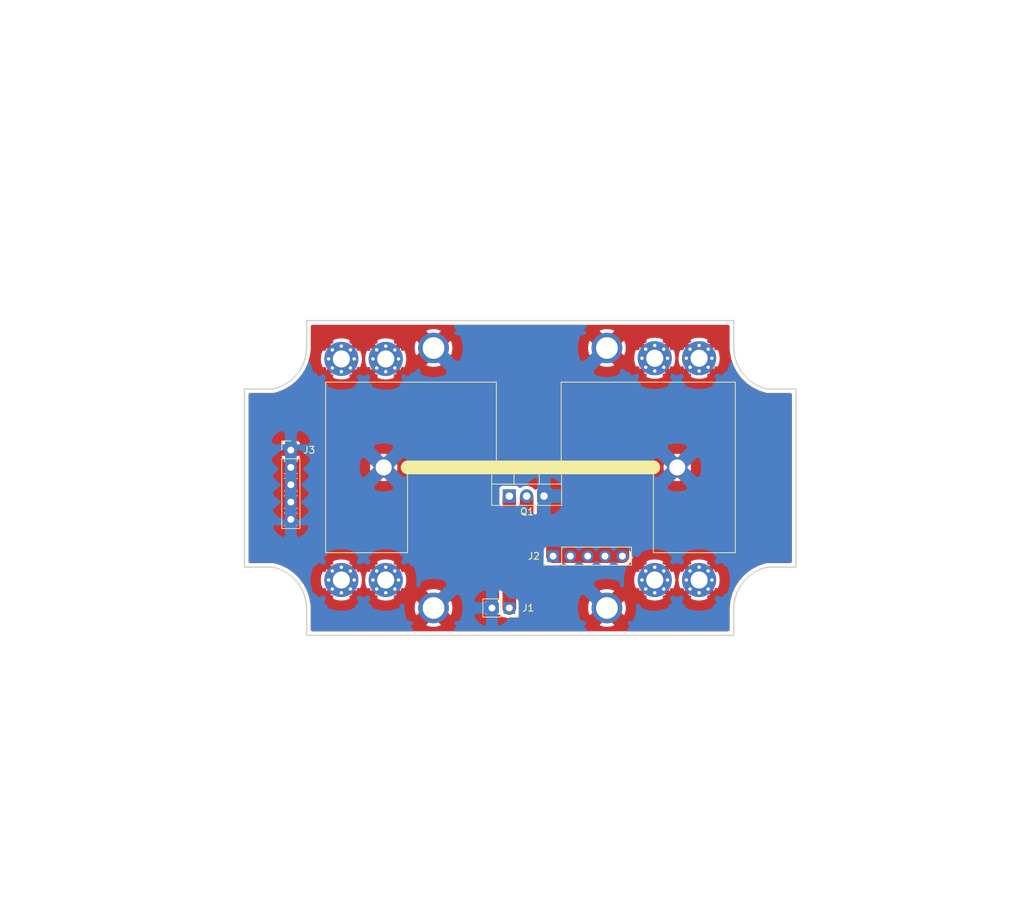
<source format=kicad_pcb>
(kicad_pcb (version 20171130) (host pcbnew "(5.1.5)-3")

  (general
    (thickness 1.6)
    (drawings 16)
    (tracks 12)
    (zones 0)
    (modules 17)
    (nets 4)
  )

  (page A4)
  (layers
    (0 F.Cu signal)
    (31 B.Cu signal)
    (32 B.Adhes user)
    (33 F.Adhes user)
    (34 B.Paste user)
    (35 F.Paste user)
    (36 B.SilkS user)
    (37 F.SilkS user)
    (38 B.Mask user)
    (39 F.Mask user)
    (40 Dwgs.User user)
    (41 Cmts.User user)
    (42 Eco1.User user)
    (43 Eco2.User user)
    (44 Edge.Cuts user)
    (45 Margin user)
    (46 B.CrtYd user)
    (47 F.CrtYd user)
    (48 B.Fab user)
    (49 F.Fab user)
  )

  (setup
    (last_trace_width 2)
    (user_trace_width 0.5)
    (user_trace_width 1)
    (user_trace_width 2)
    (trace_clearance 0.2)
    (zone_clearance 0.5)
    (zone_45_only yes)
    (trace_min 0.2)
    (via_size 0.8)
    (via_drill 0.4)
    (via_min_size 0.4)
    (via_min_drill 0.3)
    (uvia_size 0.3)
    (uvia_drill 0.1)
    (uvias_allowed no)
    (uvia_min_size 0.2)
    (uvia_min_drill 0.1)
    (edge_width 0.05)
    (segment_width 0.2)
    (pcb_text_width 0.3)
    (pcb_text_size 1.5 1.5)
    (mod_edge_width 0.12)
    (mod_text_size 1 1)
    (mod_text_width 0.15)
    (pad_size 1.524 1.524)
    (pad_drill 0.762)
    (pad_to_mask_clearance 0.051)
    (solder_mask_min_width 0.25)
    (aux_axis_origin 0 0)
    (visible_elements FFFDFF7F)
    (pcbplotparams
      (layerselection 0x010fc_ffffffff)
      (usegerberextensions false)
      (usegerberattributes false)
      (usegerberadvancedattributes false)
      (creategerberjobfile false)
      (excludeedgelayer true)
      (linewidth 0.100000)
      (plotframeref false)
      (viasonmask false)
      (mode 1)
      (useauxorigin false)
      (hpglpennumber 1)
      (hpglpenspeed 20)
      (hpglpendiameter 15.000000)
      (psnegative false)
      (psa4output false)
      (plotreference true)
      (plotvalue true)
      (plotinvisibletext false)
      (padsonsilk false)
      (subtractmaskfromsilk false)
      (outputformat 1)
      (mirror false)
      (drillshape 0)
      (scaleselection 1)
      (outputdirectory "Output/"))
  )

  (net 0 "")
  (net 1 GND)
  (net 2 "Net-(J1-Pad1)")
  (net 3 "Net-(J2-Pad1)")

  (net_class Default "This is the default net class."
    (clearance 0.2)
    (trace_width 0.25)
    (via_dia 0.8)
    (via_drill 0.4)
    (uvia_dia 0.3)
    (uvia_drill 0.1)
    (add_net GND)
    (add_net "Net-(J1-Pad1)")
    (add_net "Net-(J2-Pad1)")
  )

  (module MountingHole:MountingHole_2.5mm_Pad_Via (layer F.Cu) (tedit 56DDBAEA) (tstamp 5EB4EF44)
    (at 145.9 77.5)
    (descr "Mounting Hole 2.5mm")
    (tags "mounting hole 2.5mm")
    (path /5EB76EF0)
    (attr virtual)
    (fp_text reference H6 (at 0 -3.5) (layer F.SilkS) hide
      (effects (font (size 1 1) (thickness 0.15)))
    )
    (fp_text value "Thermal Vias" (at 0 3.5) (layer F.Fab) hide
      (effects (font (size 1 1) (thickness 0.15)))
    )
    (fp_circle (center 0 0) (end 2.75 0) (layer F.CrtYd) (width 0.05))
    (fp_circle (center 0 0) (end 2.5 0) (layer Cmts.User) (width 0.15))
    (fp_text user %R (at 0.3 0) (layer F.Fab)
      (effects (font (size 1 1) (thickness 0.15)))
    )
    (pad 1 thru_hole circle (at 1.325825 -1.325825) (size 0.8 0.8) (drill 0.5) (layers *.Cu *.Mask)
      (net 1 GND))
    (pad 1 thru_hole circle (at 0 -1.875) (size 0.8 0.8) (drill 0.5) (layers *.Cu *.Mask)
      (net 1 GND))
    (pad 1 thru_hole circle (at -1.325825 -1.325825) (size 0.8 0.8) (drill 0.5) (layers *.Cu *.Mask)
      (net 1 GND))
    (pad 1 thru_hole circle (at -1.875 0) (size 0.8 0.8) (drill 0.5) (layers *.Cu *.Mask)
      (net 1 GND))
    (pad 1 thru_hole circle (at -1.325825 1.325825) (size 0.8 0.8) (drill 0.5) (layers *.Cu *.Mask)
      (net 1 GND))
    (pad 1 thru_hole circle (at 0 1.875) (size 0.8 0.8) (drill 0.5) (layers *.Cu *.Mask)
      (net 1 GND))
    (pad 1 thru_hole circle (at 1.325825 1.325825) (size 0.8 0.8) (drill 0.5) (layers *.Cu *.Mask)
      (net 1 GND))
    (pad 1 thru_hole circle (at 1.875 0) (size 0.8 0.8) (drill 0.5) (layers *.Cu *.Mask)
      (net 1 GND))
    (pad 1 thru_hole circle (at 0 0) (size 5 5) (drill 2.5) (layers *.Cu *.Mask)
      (net 1 GND))
  )

  (module MountingHole:MountingHole_2.5mm_Pad_Via (layer F.Cu) (tedit 56DDBAEA) (tstamp 5EB4EFA4)
    (at 152.4 110)
    (descr "Mounting Hole 2.5mm")
    (tags "mounting hole 2.5mm")
    (path /5EB790D1)
    (attr virtual)
    (fp_text reference H12 (at 0 -3.5) (layer F.SilkS) hide
      (effects (font (size 1 1) (thickness 0.15)))
    )
    (fp_text value "Thermal Vias" (at 0 3.5) (layer F.Fab) hide
      (effects (font (size 1 1) (thickness 0.15)))
    )
    (fp_circle (center 0 0) (end 2.75 0) (layer F.CrtYd) (width 0.05))
    (fp_circle (center 0 0) (end 2.5 0) (layer Cmts.User) (width 0.15))
    (fp_text user %R (at 0.3 0) (layer F.Fab)
      (effects (font (size 1 1) (thickness 0.15)))
    )
    (pad 1 thru_hole circle (at 1.325825 -1.325825) (size 0.8 0.8) (drill 0.5) (layers *.Cu *.Mask)
      (net 1 GND))
    (pad 1 thru_hole circle (at 0 -1.875) (size 0.8 0.8) (drill 0.5) (layers *.Cu *.Mask)
      (net 1 GND))
    (pad 1 thru_hole circle (at -1.325825 -1.325825) (size 0.8 0.8) (drill 0.5) (layers *.Cu *.Mask)
      (net 1 GND))
    (pad 1 thru_hole circle (at -1.875 0) (size 0.8 0.8) (drill 0.5) (layers *.Cu *.Mask)
      (net 1 GND))
    (pad 1 thru_hole circle (at -1.325825 1.325825) (size 0.8 0.8) (drill 0.5) (layers *.Cu *.Mask)
      (net 1 GND))
    (pad 1 thru_hole circle (at 0 1.875) (size 0.8 0.8) (drill 0.5) (layers *.Cu *.Mask)
      (net 1 GND))
    (pad 1 thru_hole circle (at 1.325825 1.325825) (size 0.8 0.8) (drill 0.5) (layers *.Cu *.Mask)
      (net 1 GND))
    (pad 1 thru_hole circle (at 1.875 0) (size 0.8 0.8) (drill 0.5) (layers *.Cu *.Mask)
      (net 1 GND))
    (pad 1 thru_hole circle (at 0 0) (size 5 5) (drill 2.5) (layers *.Cu *.Mask)
      (net 1 GND))
  )

  (module MountingHole:MountingHole_2.5mm_Pad_Via (layer F.Cu) (tedit 56DDBAEA) (tstamp 5EB4EF94)
    (at 100 110)
    (descr "Mounting Hole 2.5mm")
    (tags "mounting hole 2.5mm")
    (path /5EB78AAD)
    (attr virtual)
    (fp_text reference H11 (at 0 -3.5) (layer F.SilkS) hide
      (effects (font (size 1 1) (thickness 0.15)))
    )
    (fp_text value "Thermal Vias" (at 0 3.5) (layer F.Fab) hide
      (effects (font (size 1 1) (thickness 0.15)))
    )
    (fp_circle (center 0 0) (end 2.75 0) (layer F.CrtYd) (width 0.05))
    (fp_circle (center 0 0) (end 2.5 0) (layer Cmts.User) (width 0.15))
    (fp_text user %R (at 0.3 0) (layer F.Fab)
      (effects (font (size 1 1) (thickness 0.15)))
    )
    (pad 1 thru_hole circle (at 1.325825 -1.325825) (size 0.8 0.8) (drill 0.5) (layers *.Cu *.Mask)
      (net 1 GND))
    (pad 1 thru_hole circle (at 0 -1.875) (size 0.8 0.8) (drill 0.5) (layers *.Cu *.Mask)
      (net 1 GND))
    (pad 1 thru_hole circle (at -1.325825 -1.325825) (size 0.8 0.8) (drill 0.5) (layers *.Cu *.Mask)
      (net 1 GND))
    (pad 1 thru_hole circle (at -1.875 0) (size 0.8 0.8) (drill 0.5) (layers *.Cu *.Mask)
      (net 1 GND))
    (pad 1 thru_hole circle (at -1.325825 1.325825) (size 0.8 0.8) (drill 0.5) (layers *.Cu *.Mask)
      (net 1 GND))
    (pad 1 thru_hole circle (at 0 1.875) (size 0.8 0.8) (drill 0.5) (layers *.Cu *.Mask)
      (net 1 GND))
    (pad 1 thru_hole circle (at 1.325825 1.325825) (size 0.8 0.8) (drill 0.5) (layers *.Cu *.Mask)
      (net 1 GND))
    (pad 1 thru_hole circle (at 1.875 0) (size 0.8 0.8) (drill 0.5) (layers *.Cu *.Mask)
      (net 1 GND))
    (pad 1 thru_hole circle (at 0 0) (size 5 5) (drill 2.5) (layers *.Cu *.Mask)
      (net 1 GND))
  )

  (module MountingHole:MountingHole_2.5mm_Pad_Via (layer F.Cu) (tedit 56DDBAEA) (tstamp 5EB4EF84)
    (at 145.9 110)
    (descr "Mounting Hole 2.5mm")
    (tags "mounting hole 2.5mm")
    (path /5EB7851B)
    (attr virtual)
    (fp_text reference H10 (at 0 -3.5) (layer F.SilkS) hide
      (effects (font (size 1 1) (thickness 0.15)))
    )
    (fp_text value "Thermal Vias" (at 0 3.5) (layer F.Fab) hide
      (effects (font (size 1 1) (thickness 0.15)))
    )
    (fp_circle (center 0 0) (end 2.75 0) (layer F.CrtYd) (width 0.05))
    (fp_circle (center 0 0) (end 2.5 0) (layer Cmts.User) (width 0.15))
    (fp_text user %R (at 0.3 0) (layer F.Fab)
      (effects (font (size 1 1) (thickness 0.15)))
    )
    (pad 1 thru_hole circle (at 1.325825 -1.325825) (size 0.8 0.8) (drill 0.5) (layers *.Cu *.Mask)
      (net 1 GND))
    (pad 1 thru_hole circle (at 0 -1.875) (size 0.8 0.8) (drill 0.5) (layers *.Cu *.Mask)
      (net 1 GND))
    (pad 1 thru_hole circle (at -1.325825 -1.325825) (size 0.8 0.8) (drill 0.5) (layers *.Cu *.Mask)
      (net 1 GND))
    (pad 1 thru_hole circle (at -1.875 0) (size 0.8 0.8) (drill 0.5) (layers *.Cu *.Mask)
      (net 1 GND))
    (pad 1 thru_hole circle (at -1.325825 1.325825) (size 0.8 0.8) (drill 0.5) (layers *.Cu *.Mask)
      (net 1 GND))
    (pad 1 thru_hole circle (at 0 1.875) (size 0.8 0.8) (drill 0.5) (layers *.Cu *.Mask)
      (net 1 GND))
    (pad 1 thru_hole circle (at 1.325825 1.325825) (size 0.8 0.8) (drill 0.5) (layers *.Cu *.Mask)
      (net 1 GND))
    (pad 1 thru_hole circle (at 1.875 0) (size 0.8 0.8) (drill 0.5) (layers *.Cu *.Mask)
      (net 1 GND))
    (pad 1 thru_hole circle (at 0 0) (size 5 5) (drill 2.5) (layers *.Cu *.Mask)
      (net 1 GND))
  )

  (module MountingHole:MountingHole_2.5mm_Pad_Via (layer F.Cu) (tedit 56DDBAEA) (tstamp 5EB4F33A)
    (at 106.5 110 90)
    (descr "Mounting Hole 2.5mm")
    (tags "mounting hole 2.5mm")
    (path /5EB77F9D)
    (attr virtual)
    (fp_text reference H9 (at 0 -3.5 90) (layer F.SilkS) hide
      (effects (font (size 1 1) (thickness 0.15)))
    )
    (fp_text value "Thermal Vias" (at 0 3.5 90) (layer F.Fab) hide
      (effects (font (size 1 1) (thickness 0.15)))
    )
    (fp_circle (center 0 0) (end 2.75 0) (layer F.CrtYd) (width 0.05))
    (fp_circle (center 0 0) (end 2.5 0) (layer Cmts.User) (width 0.15))
    (fp_text user %R (at 0.3 0 90) (layer F.Fab)
      (effects (font (size 1 1) (thickness 0.15)))
    )
    (pad 1 thru_hole circle (at 1.325825 -1.325825 90) (size 0.8 0.8) (drill 0.5) (layers *.Cu *.Mask)
      (net 1 GND))
    (pad 1 thru_hole circle (at 0 -1.875 90) (size 0.8 0.8) (drill 0.5) (layers *.Cu *.Mask)
      (net 1 GND))
    (pad 1 thru_hole circle (at -1.325825 -1.325825 90) (size 0.8 0.8) (drill 0.5) (layers *.Cu *.Mask)
      (net 1 GND))
    (pad 1 thru_hole circle (at -1.875 0 90) (size 0.8 0.8) (drill 0.5) (layers *.Cu *.Mask)
      (net 1 GND))
    (pad 1 thru_hole circle (at -1.325825 1.325825 90) (size 0.8 0.8) (drill 0.5) (layers *.Cu *.Mask)
      (net 1 GND))
    (pad 1 thru_hole circle (at 0 1.875 90) (size 0.8 0.8) (drill 0.5) (layers *.Cu *.Mask)
      (net 1 GND))
    (pad 1 thru_hole circle (at 1.325825 1.325825 90) (size 0.8 0.8) (drill 0.5) (layers *.Cu *.Mask)
      (net 1 GND))
    (pad 1 thru_hole circle (at 1.875 0 90) (size 0.8 0.8) (drill 0.5) (layers *.Cu *.Mask)
      (net 1 GND))
    (pad 1 thru_hole circle (at 0 0 90) (size 5 5) (drill 2.5) (layers *.Cu *.Mask)
      (net 1 GND))
  )

  (module MountingHole:MountingHole_2.5mm_Pad_Via (layer F.Cu) (tedit 56DDBAEA) (tstamp 5EB4EF64)
    (at 152.4 77.5)
    (descr "Mounting Hole 2.5mm")
    (tags "mounting hole 2.5mm")
    (path /5EB779AB)
    (attr virtual)
    (fp_text reference H8 (at 0 -3.5) (layer F.SilkS) hide
      (effects (font (size 1 1) (thickness 0.15)))
    )
    (fp_text value "Thermal Vias" (at 0 3.5) (layer F.Fab) hide
      (effects (font (size 1 1) (thickness 0.15)))
    )
    (fp_circle (center 0 0) (end 2.75 0) (layer F.CrtYd) (width 0.05))
    (fp_circle (center 0 0) (end 2.5 0) (layer Cmts.User) (width 0.15))
    (fp_text user %R (at 0.3 0) (layer F.Fab)
      (effects (font (size 1 1) (thickness 0.15)))
    )
    (pad 1 thru_hole circle (at 1.325825 -1.325825) (size 0.8 0.8) (drill 0.5) (layers *.Cu *.Mask)
      (net 1 GND))
    (pad 1 thru_hole circle (at 0 -1.875) (size 0.8 0.8) (drill 0.5) (layers *.Cu *.Mask)
      (net 1 GND))
    (pad 1 thru_hole circle (at -1.325825 -1.325825) (size 0.8 0.8) (drill 0.5) (layers *.Cu *.Mask)
      (net 1 GND))
    (pad 1 thru_hole circle (at -1.875 0) (size 0.8 0.8) (drill 0.5) (layers *.Cu *.Mask)
      (net 1 GND))
    (pad 1 thru_hole circle (at -1.325825 1.325825) (size 0.8 0.8) (drill 0.5) (layers *.Cu *.Mask)
      (net 1 GND))
    (pad 1 thru_hole circle (at 0 1.875) (size 0.8 0.8) (drill 0.5) (layers *.Cu *.Mask)
      (net 1 GND))
    (pad 1 thru_hole circle (at 1.325825 1.325825) (size 0.8 0.8) (drill 0.5) (layers *.Cu *.Mask)
      (net 1 GND))
    (pad 1 thru_hole circle (at 1.875 0) (size 0.8 0.8) (drill 0.5) (layers *.Cu *.Mask)
      (net 1 GND))
    (pad 1 thru_hole circle (at 0 0) (size 5 5) (drill 2.5) (layers *.Cu *.Mask)
      (net 1 GND))
  )

  (module MountingHole:MountingHole_2.5mm_Pad_Via (layer F.Cu) (tedit 56DDBAEA) (tstamp 5EB4EF54)
    (at 100 77.6)
    (descr "Mounting Hole 2.5mm")
    (tags "mounting hole 2.5mm")
    (path /5EB77462)
    (attr virtual)
    (fp_text reference H7 (at 0 -3.5) (layer F.SilkS) hide
      (effects (font (size 1 1) (thickness 0.15)))
    )
    (fp_text value "Thermal Vias" (at 0 3.5) (layer F.Fab) hide
      (effects (font (size 1 1) (thickness 0.15)))
    )
    (fp_circle (center 0 0) (end 2.75 0) (layer F.CrtYd) (width 0.05))
    (fp_circle (center 0 0) (end 2.5 0) (layer Cmts.User) (width 0.15))
    (fp_text user %R (at 0.3 0) (layer F.Fab)
      (effects (font (size 1 1) (thickness 0.15)))
    )
    (pad 1 thru_hole circle (at 1.325825 -1.325825) (size 0.8 0.8) (drill 0.5) (layers *.Cu *.Mask)
      (net 1 GND))
    (pad 1 thru_hole circle (at 0 -1.875) (size 0.8 0.8) (drill 0.5) (layers *.Cu *.Mask)
      (net 1 GND))
    (pad 1 thru_hole circle (at -1.325825 -1.325825) (size 0.8 0.8) (drill 0.5) (layers *.Cu *.Mask)
      (net 1 GND))
    (pad 1 thru_hole circle (at -1.875 0) (size 0.8 0.8) (drill 0.5) (layers *.Cu *.Mask)
      (net 1 GND))
    (pad 1 thru_hole circle (at -1.325825 1.325825) (size 0.8 0.8) (drill 0.5) (layers *.Cu *.Mask)
      (net 1 GND))
    (pad 1 thru_hole circle (at 0 1.875) (size 0.8 0.8) (drill 0.5) (layers *.Cu *.Mask)
      (net 1 GND))
    (pad 1 thru_hole circle (at 1.325825 1.325825) (size 0.8 0.8) (drill 0.5) (layers *.Cu *.Mask)
      (net 1 GND))
    (pad 1 thru_hole circle (at 1.875 0) (size 0.8 0.8) (drill 0.5) (layers *.Cu *.Mask)
      (net 1 GND))
    (pad 1 thru_hole circle (at 0 0) (size 5 5) (drill 2.5) (layers *.Cu *.Mask)
      (net 1 GND))
  )

  (module MountingHole:MountingHole_2.5mm_Pad_Via (layer F.Cu) (tedit 56DDBAEA) (tstamp 5EB4EF34)
    (at 106.5 77.6)
    (descr "Mounting Hole 2.5mm")
    (tags "mounting hole 2.5mm")
    (path /5EB76032)
    (attr virtual)
    (fp_text reference H5 (at 0 -3.5) (layer F.SilkS) hide
      (effects (font (size 1 1) (thickness 0.15)))
    )
    (fp_text value "Thermal Vias" (at 0 3.5) (layer F.Fab) hide
      (effects (font (size 1 1) (thickness 0.15)))
    )
    (fp_circle (center 0 0) (end 2.75 0) (layer F.CrtYd) (width 0.05))
    (fp_circle (center 0 0) (end 2.5 0) (layer Cmts.User) (width 0.15))
    (fp_text user %R (at 0.3 0) (layer F.Fab)
      (effects (font (size 1 1) (thickness 0.15)))
    )
    (pad 1 thru_hole circle (at 1.325825 -1.325825) (size 0.8 0.8) (drill 0.5) (layers *.Cu *.Mask)
      (net 1 GND))
    (pad 1 thru_hole circle (at 0 -1.875) (size 0.8 0.8) (drill 0.5) (layers *.Cu *.Mask)
      (net 1 GND))
    (pad 1 thru_hole circle (at -1.325825 -1.325825) (size 0.8 0.8) (drill 0.5) (layers *.Cu *.Mask)
      (net 1 GND))
    (pad 1 thru_hole circle (at -1.875 0) (size 0.8 0.8) (drill 0.5) (layers *.Cu *.Mask)
      (net 1 GND))
    (pad 1 thru_hole circle (at -1.325825 1.325825) (size 0.8 0.8) (drill 0.5) (layers *.Cu *.Mask)
      (net 1 GND))
    (pad 1 thru_hole circle (at 0 1.875) (size 0.8 0.8) (drill 0.5) (layers *.Cu *.Mask)
      (net 1 GND))
    (pad 1 thru_hole circle (at 1.325825 1.325825) (size 0.8 0.8) (drill 0.5) (layers *.Cu *.Mask)
      (net 1 GND))
    (pad 1 thru_hole circle (at 1.875 0) (size 0.8 0.8) (drill 0.5) (layers *.Cu *.Mask)
      (net 1 GND))
    (pad 1 thru_hole circle (at 0 0) (size 5 5) (drill 2.5) (layers *.Cu *.Mask)
      (net 1 GND))
  )

  (module "footprints:113 BK Mounting Hole" (layer F.Cu) (tedit 5EB4AFFA) (tstamp 5EB4E430)
    (at 113.5 114.1)
    (path /5EB5F9A3)
    (fp_text reference H4 (at 0 -14.5) (layer F.SilkS) hide
      (effects (font (size 1 1) (thickness 0.15)))
    )
    (fp_text value MountingHole_Pad (at 0 -15.5) (layer F.Fab) hide
      (effects (font (size 1 1) (thickness 0.15)))
    )
    (pad 1 thru_hole circle (at 0 0) (size 4.5 4.5) (drill 3.175) (layers *.Cu *.Mask)
      (net 1 GND))
  )

  (module "footprints:113 BK Mounting Hole" (layer F.Cu) (tedit 5EB4AFFA) (tstamp 5EB4E42B)
    (at 138.9 114.1)
    (path /5EB5F48E)
    (fp_text reference H3 (at 0 -3.6) (layer F.SilkS) hide
      (effects (font (size 1 1) (thickness 0.15)))
    )
    (fp_text value MountingHole_Pad (at 0 -15.5) (layer F.Fab) hide
      (effects (font (size 1 1) (thickness 0.15)))
    )
    (pad 1 thru_hole circle (at 0 0) (size 4.5 4.5) (drill 3.175) (layers *.Cu *.Mask)
      (net 1 GND))
  )

  (module "footprints:113 BK Mounting Hole" (layer F.Cu) (tedit 5EB4AFFA) (tstamp 5EB4E426)
    (at 138.9 76)
    (path /5EB5EE99)
    (fp_text reference H2 (at 0 -14.5) (layer F.SilkS) hide
      (effects (font (size 1 1) (thickness 0.15)))
    )
    (fp_text value MountingHole_Pad (at 0 -15.5) (layer F.Fab) hide
      (effects (font (size 1 1) (thickness 0.15)))
    )
    (pad 1 thru_hole circle (at 0 0) (size 4.5 4.5) (drill 3.175) (layers *.Cu *.Mask)
      (net 1 GND))
  )

  (module "footprints:113 BK Mounting Hole" (layer F.Cu) (tedit 5EB4AFFA) (tstamp 5EB4E421)
    (at 113.5 76)
    (path /5EB5D4EE)
    (fp_text reference H1 (at 0 -3.6) (layer F.SilkS) hide
      (effects (font (size 1 1) (thickness 0.15)))
    )
    (fp_text value MountingHole_Pad (at 0 -15.5) (layer F.Fab) hide
      (effects (font (size 1 1) (thickness 0.15)))
    )
    (pad 1 thru_hole circle (at 0 0) (size 4.5 4.5) (drill 3.175) (layers *.Cu *.Mask)
      (net 1 GND))
  )

  (module Connector_PinHeader_2.54mm:PinHeader_1x05_P2.54mm_Vertical (layer F.Cu) (tedit 59FED5CC) (tstamp 5EB4D949)
    (at 92.6 90.96)
    (descr "Through hole straight pin header, 1x05, 2.54mm pitch, single row")
    (tags "Through hole pin header THT 1x05 2.54mm single row")
    (path /5EB5060F)
    (fp_text reference J3 (at 2.7 0) (layer F.SilkS)
      (effects (font (size 1 1) (thickness 0.15)))
    )
    (fp_text value Conn_01x05 (at 0 12.49) (layer F.Fab)
      (effects (font (size 1 1) (thickness 0.15)))
    )
    (fp_text user %R (at 0 5.08 90) (layer F.Fab)
      (effects (font (size 1 1) (thickness 0.15)))
    )
    (fp_line (start 1.8 -1.8) (end -1.8 -1.8) (layer F.CrtYd) (width 0.05))
    (fp_line (start 1.8 11.95) (end 1.8 -1.8) (layer F.CrtYd) (width 0.05))
    (fp_line (start -1.8 11.95) (end 1.8 11.95) (layer F.CrtYd) (width 0.05))
    (fp_line (start -1.8 -1.8) (end -1.8 11.95) (layer F.CrtYd) (width 0.05))
    (fp_line (start -1.33 -1.33) (end 0 -1.33) (layer F.SilkS) (width 0.12))
    (fp_line (start -1.33 0) (end -1.33 -1.33) (layer F.SilkS) (width 0.12))
    (fp_line (start -1.33 1.27) (end 1.33 1.27) (layer F.SilkS) (width 0.12))
    (fp_line (start 1.33 1.27) (end 1.33 11.49) (layer F.SilkS) (width 0.12))
    (fp_line (start -1.33 1.27) (end -1.33 11.49) (layer F.SilkS) (width 0.12))
    (fp_line (start -1.33 11.49) (end 1.33 11.49) (layer F.SilkS) (width 0.12))
    (fp_line (start -1.27 -0.635) (end -0.635 -1.27) (layer F.Fab) (width 0.1))
    (fp_line (start -1.27 11.43) (end -1.27 -0.635) (layer F.Fab) (width 0.1))
    (fp_line (start 1.27 11.43) (end -1.27 11.43) (layer F.Fab) (width 0.1))
    (fp_line (start 1.27 -1.27) (end 1.27 11.43) (layer F.Fab) (width 0.1))
    (fp_line (start -0.635 -1.27) (end 1.27 -1.27) (layer F.Fab) (width 0.1))
    (pad 5 thru_hole oval (at 0 10.16) (size 1.7 1.7) (drill 1) (layers *.Cu *.Mask)
      (net 1 GND))
    (pad 4 thru_hole oval (at 0 7.62) (size 1.7 1.7) (drill 1) (layers *.Cu *.Mask)
      (net 1 GND))
    (pad 3 thru_hole oval (at 0 5.08) (size 1.7 1.7) (drill 1) (layers *.Cu *.Mask)
      (net 1 GND))
    (pad 2 thru_hole oval (at 0 2.54) (size 1.7 1.7) (drill 1) (layers *.Cu *.Mask)
      (net 1 GND))
    (pad 1 thru_hole rect (at 0 0) (size 1.7 1.7) (drill 1) (layers *.Cu *.Mask)
      (net 1 GND))
    (model ${KISYS3DMOD}/Connector_PinHeader_2.54mm.3dshapes/PinHeader_1x05_P2.54mm_Vertical.wrl
      (at (xyz 0 0 0))
      (scale (xyz 1 1 1))
      (rotate (xyz 0 0 0))
    )
  )

  (module Package_TO_SOT_THT:TO-220-3_Vertical (layer F.Cu) (tedit 5AC8BA0D) (tstamp 5EB4B7C0)
    (at 124.6 97.7)
    (descr "TO-220-3, Vertical, RM 2.54mm, see https://www.vishay.com/docs/66542/to-220-1.pdf")
    (tags "TO-220-3 Vertical RM 2.54mm")
    (path /5EB3A763)
    (fp_text reference Q1 (at 2.6 2.3) (layer F.SilkS)
      (effects (font (size 1 1) (thickness 0.15)))
    )
    (fp_text value PSMN5R6-100PS,127 (at 2.54 2.5) (layer F.Fab)
      (effects (font (size 1 1) (thickness 0.15)))
    )
    (fp_text user %R (at 2.54 -4.27) (layer F.Fab) hide
      (effects (font (size 1 1) (thickness 0.15)))
    )
    (fp_line (start 7.79 -3.4) (end -2.71 -3.4) (layer F.CrtYd) (width 0.05))
    (fp_line (start 7.79 1.51) (end 7.79 -3.4) (layer F.CrtYd) (width 0.05))
    (fp_line (start -2.71 1.51) (end 7.79 1.51) (layer F.CrtYd) (width 0.05))
    (fp_line (start -2.71 -3.4) (end -2.71 1.51) (layer F.CrtYd) (width 0.05))
    (fp_line (start 4.391 -3.27) (end 4.391 -1.76) (layer F.SilkS) (width 0.12))
    (fp_line (start 0.69 -3.27) (end 0.69 -1.76) (layer F.SilkS) (width 0.12))
    (fp_line (start -2.58 -1.76) (end 7.66 -1.76) (layer F.SilkS) (width 0.12))
    (fp_line (start 7.66 -3.27) (end 7.66 1.371) (layer F.SilkS) (width 0.12))
    (fp_line (start -2.58 -3.27) (end -2.58 1.371) (layer F.SilkS) (width 0.12))
    (fp_line (start -2.58 1.371) (end 7.66 1.371) (layer F.SilkS) (width 0.12))
    (fp_line (start -2.58 -3.27) (end 7.66 -3.27) (layer F.SilkS) (width 0.12))
    (fp_line (start 4.39 -3.15) (end 4.39 -1.88) (layer F.Fab) (width 0.1))
    (fp_line (start 0.69 -3.15) (end 0.69 -1.88) (layer F.Fab) (width 0.1))
    (fp_line (start -2.46 -1.88) (end 7.54 -1.88) (layer F.Fab) (width 0.1))
    (fp_line (start 7.54 -3.15) (end -2.46 -3.15) (layer F.Fab) (width 0.1))
    (fp_line (start 7.54 1.25) (end 7.54 -3.15) (layer F.Fab) (width 0.1))
    (fp_line (start -2.46 1.25) (end 7.54 1.25) (layer F.Fab) (width 0.1))
    (fp_line (start -2.46 -3.15) (end -2.46 1.25) (layer F.Fab) (width 0.1))
    (pad 3 thru_hole oval (at 5.08 0) (size 1.905 2) (drill 1.1) (layers *.Cu *.Mask)
      (net 1 GND))
    (pad 2 thru_hole oval (at 2.54 0) (size 1.905 2) (drill 1.1) (layers *.Cu *.Mask)
      (net 3 "Net-(J2-Pad1)"))
    (pad 1 thru_hole rect (at 0 0) (size 1.905 2) (drill 1.1) (layers *.Cu *.Mask)
      (net 2 "Net-(J1-Pad1)"))
    (model ${KISYS3DMOD}/Package_TO_SOT_THT.3dshapes/TO-220-3_Vertical.wrl
      (at (xyz 0 0 0))
      (scale (xyz 1 1 1))
      (rotate (xyz 0 0 0))
    )
  )

  (module Connector_PinHeader_2.54mm:PinHeader_1x05_P2.54mm_Vertical (layer F.Cu) (tedit 59FED5CC) (tstamp 5EB4CFED)
    (at 131 106.5 90)
    (descr "Through hole straight pin header, 1x05, 2.54mm pitch, single row")
    (tags "Through hole pin header THT 1x05 2.54mm single row")
    (path /5EB468BD)
    (fp_text reference J2 (at 0 -2.8 180) (layer F.SilkS)
      (effects (font (size 1 1) (thickness 0.15)))
    )
    (fp_text value Conn_01x05 (at 0 12.49 90) (layer F.Fab)
      (effects (font (size 1 1) (thickness 0.15)))
    )
    (fp_text user %R (at 0 5.08) (layer F.Fab)
      (effects (font (size 1 1) (thickness 0.15)))
    )
    (fp_line (start 1.8 -1.8) (end -1.8 -1.8) (layer F.CrtYd) (width 0.05))
    (fp_line (start 1.8 11.95) (end 1.8 -1.8) (layer F.CrtYd) (width 0.05))
    (fp_line (start -1.8 11.95) (end 1.8 11.95) (layer F.CrtYd) (width 0.05))
    (fp_line (start -1.8 -1.8) (end -1.8 11.95) (layer F.CrtYd) (width 0.05))
    (fp_line (start -1.33 -1.33) (end 0 -1.33) (layer F.SilkS) (width 0.12))
    (fp_line (start -1.33 0) (end -1.33 -1.33) (layer F.SilkS) (width 0.12))
    (fp_line (start -1.33 1.27) (end 1.33 1.27) (layer F.SilkS) (width 0.12))
    (fp_line (start 1.33 1.27) (end 1.33 11.49) (layer F.SilkS) (width 0.12))
    (fp_line (start -1.33 1.27) (end -1.33 11.49) (layer F.SilkS) (width 0.12))
    (fp_line (start -1.33 11.49) (end 1.33 11.49) (layer F.SilkS) (width 0.12))
    (fp_line (start -1.27 -0.635) (end -0.635 -1.27) (layer F.Fab) (width 0.1))
    (fp_line (start -1.27 11.43) (end -1.27 -0.635) (layer F.Fab) (width 0.1))
    (fp_line (start 1.27 11.43) (end -1.27 11.43) (layer F.Fab) (width 0.1))
    (fp_line (start 1.27 -1.27) (end 1.27 11.43) (layer F.Fab) (width 0.1))
    (fp_line (start -0.635 -1.27) (end 1.27 -1.27) (layer F.Fab) (width 0.1))
    (pad 5 thru_hole oval (at 0 10.16 90) (size 1.7 1.7) (drill 1) (layers *.Cu *.Mask)
      (net 3 "Net-(J2-Pad1)"))
    (pad 4 thru_hole oval (at 0 7.62 90) (size 1.7 1.7) (drill 1) (layers *.Cu *.Mask)
      (net 3 "Net-(J2-Pad1)"))
    (pad 3 thru_hole oval (at 0 5.08 90) (size 1.7 1.7) (drill 1) (layers *.Cu *.Mask)
      (net 3 "Net-(J2-Pad1)"))
    (pad 2 thru_hole oval (at 0 2.54 90) (size 1.7 1.7) (drill 1) (layers *.Cu *.Mask)
      (net 3 "Net-(J2-Pad1)"))
    (pad 1 thru_hole rect (at 0 0 90) (size 1.7 1.7) (drill 1) (layers *.Cu *.Mask)
      (net 3 "Net-(J2-Pad1)"))
    (model ${KISYS3DMOD}/Connector_PinHeader_2.54mm.3dshapes/PinHeader_1x05_P2.54mm_Vertical.wrl
      (at (xyz 0 0 0))
      (scale (xyz 1 1 1))
      (rotate (xyz 0 0 0))
    )
  )

  (module Connector_PinSocket_2.54mm:PinSocket_1x02_P2.54mm_Vertical (layer F.Cu) (tedit 5A19A420) (tstamp 5EB4B78D)
    (at 124.6 114.1 270)
    (descr "Through hole straight socket strip, 1x02, 2.54mm pitch, single row (from Kicad 4.0.7), script generated")
    (tags "Through hole socket strip THT 1x02 2.54mm single row")
    (path /5EB3CAE4)
    (fp_text reference J1 (at 0 -2.77 180) (layer F.SilkS)
      (effects (font (size 1 1) (thickness 0.15)))
    )
    (fp_text value "Signal Control" (at 0 5.31 90) (layer F.Fab)
      (effects (font (size 1 1) (thickness 0.15)))
    )
    (fp_text user %R (at 0 1.27) (layer F.Fab)
      (effects (font (size 1 1) (thickness 0.15)))
    )
    (fp_line (start -1.8 4.3) (end -1.8 -1.8) (layer F.CrtYd) (width 0.05))
    (fp_line (start 1.75 4.3) (end -1.8 4.3) (layer F.CrtYd) (width 0.05))
    (fp_line (start 1.75 -1.8) (end 1.75 4.3) (layer F.CrtYd) (width 0.05))
    (fp_line (start -1.8 -1.8) (end 1.75 -1.8) (layer F.CrtYd) (width 0.05))
    (fp_line (start 0 -1.33) (end 1.33 -1.33) (layer F.SilkS) (width 0.12))
    (fp_line (start 1.33 -1.33) (end 1.33 0) (layer F.SilkS) (width 0.12))
    (fp_line (start 1.33 1.27) (end 1.33 3.87) (layer F.SilkS) (width 0.12))
    (fp_line (start -1.33 3.87) (end 1.33 3.87) (layer F.SilkS) (width 0.12))
    (fp_line (start -1.33 1.27) (end -1.33 3.87) (layer F.SilkS) (width 0.12))
    (fp_line (start -1.33 1.27) (end 1.33 1.27) (layer F.SilkS) (width 0.12))
    (fp_line (start -1.27 3.81) (end -1.27 -1.27) (layer F.Fab) (width 0.1))
    (fp_line (start 1.27 3.81) (end -1.27 3.81) (layer F.Fab) (width 0.1))
    (fp_line (start 1.27 -0.635) (end 1.27 3.81) (layer F.Fab) (width 0.1))
    (fp_line (start 0.635 -1.27) (end 1.27 -0.635) (layer F.Fab) (width 0.1))
    (fp_line (start -1.27 -1.27) (end 0.635 -1.27) (layer F.Fab) (width 0.1))
    (pad 2 thru_hole oval (at 0 2.54 270) (size 1.7 1.7) (drill 1) (layers *.Cu *.Mask)
      (net 1 GND))
    (pad 1 thru_hole rect (at 0 0 270) (size 1.7 1.7) (drill 1) (layers *.Cu *.Mask)
      (net 2 "Net-(J1-Pad1)"))
    (model ${KISYS3DMOD}/Connector_PinSocket_2.54mm.3dshapes/PinSocket_1x02_P2.54mm_Vertical.wrl
      (at (xyz 0 0 0))
      (scale (xyz 1 1 1))
      (rotate (xyz 0 0 0))
    )
  )

  (module footprints:VM1-038-1AE (layer F.Cu) (tedit 5EAE2EC5) (tstamp 5EB4B777)
    (at 127.7 93.5 180)
    (path /5EB48287)
    (fp_text reference HS1 (at 0 -14) (layer F.SilkS) hide
      (effects (font (size 1 1) (thickness 0.15)))
    )
    (fp_text value Heatsink_Pad (at 0 -16) (layer F.Fab) hide
      (effects (font (size 1 1) (thickness 0.15)))
    )
    (fp_line (start -18 0) (end 18 0) (layer F.SilkS) (width 2))
    (fp_line (start 5 12.5) (end 5 0) (layer F.SilkS) (width 0.12))
    (fp_line (start 19.5 12.5) (end 5 12.5) (layer F.SilkS) (width 0.12))
    (fp_line (start -4.5 12.5) (end -4.5 0) (layer F.SilkS) (width 0.12))
    (fp_line (start -30 12.5) (end -4.5 12.5) (layer F.SilkS) (width 0.12))
    (fp_line (start 18 -12.5) (end 18 0) (layer F.SilkS) (width 0.12))
    (fp_line (start 30 12.5) (end 30 -12.5) (layer F.SilkS) (width 0.12))
    (fp_line (start 19.5 12.5) (end 30 12.5) (layer F.SilkS) (width 0.12))
    (fp_line (start 30 -12.5) (end 18 -12.5) (layer F.SilkS) (width 0.12))
    (fp_line (start -18 -12.5) (end -30 -12.5) (layer F.SilkS) (width 0.12))
    (fp_line (start -18 0) (end -18 -12.5) (layer F.SilkS) (width 0.12))
    (fp_line (start -30 -12.5) (end -30 12.5) (layer F.SilkS) (width 0.12))
    (pad 1 thru_hole circle (at 21.5 0 180) (size 3 3) (drill 2.35) (layers *.Cu *.Mask)
      (net 1 GND))
    (pad 1 thru_hole circle (at -21.5 0 180) (size 3 3) (drill 2.35) (layers *.Cu *.Mask)
      (net 1 GND))
    (model ${ALTSTPFILES}/VM1-038-1AE.stp
      (offset (xyz 0 0 19))
      (scale (xyz 1 1 1))
      (rotate (xyz 0 0 180))
    )
  )

  (gr_arc (start 88.574 114.299254) (end 94.92105 114.105721) (angle -75.2760646) (layer Edge.Cuts) (width 0.2))
  (gr_line (start 166.581 82) (end 162.39 82) (layer Edge.Cuts) (width 0.2))
  (gr_line (start 94.92105 71.992521) (end 94.92105 76.005722) (layer Edge.Cuts) (width 0.2))
  (gr_arc (start 163.816 114.299254) (end 162.39 108.111442) (angle -75.2760646) (layer Edge.Cuts) (width 0.2))
  (gr_line (start 94.92105 114.10572) (end 94.92105 118.118921) (layer Edge.Cuts) (width 0.2))
  (gr_line (start 157.46895 118.118921) (end 157.46895 114.10572) (layer Edge.Cuts) (width 0.2))
  (gr_line (start 85.809 82) (end 85.809 108.111442) (layer Edge.Cuts) (width 0.2))
  (gr_arc (start 163.816 75.812188) (end 157.46895 76.005721) (angle -75.2760646) (layer Edge.Cuts) (width 0.2))
  (gr_arc (start 88.574 75.812188) (end 90 82) (angle -75.2760646) (layer Edge.Cuts) (width 0.2))
  (gr_line (start 94.92105 118.118921) (end 157.46895 118.118921) (layer Edge.Cuts) (width 0.2))
  (gr_line (start 162.39 108.111442) (end 166.581 108.111442) (layer Edge.Cuts) (width 0.2))
  (gr_line (start 85.809 108.111442) (end 90 108.111442) (layer Edge.Cuts) (width 0.2))
  (gr_line (start 166.581 108.111442) (end 166.581 82) (layer Edge.Cuts) (width 0.2))
  (gr_line (start 157.46895 76.005722) (end 157.46895 71.992521) (layer Edge.Cuts) (width 0.2))
  (gr_line (start 157.46895 71.992521) (end 94.92105 71.992521) (layer Edge.Cuts) (width 0.2))
  (gr_line (start 90 82) (end 85.809 82) (layer Edge.Cuts) (width 0.2))

  (segment (start 124.6 103.3) (end 124.6 97.9) (width 2) (layer F.Cu) (net 2))
  (segment (start 124.6 114.1) (end 124.6 103.3) (width 2) (layer F.Cu) (net 2))
  (segment (start 131 106.5) (end 131 104.6) (width 2) (layer F.Cu) (net 3) (tstamp 5EB4CFC4))
  (segment (start 131 104.6) (end 131 103.36) (width 2) (layer F.Cu) (net 3) (tstamp 5EB4CFC7))
  (segment (start 131 106.5) (end 141.16 106.5) (width 2) (layer F.Cu) (net 3) (tstamp 5EB4D021))
  (segment (start 131 103.36) (end 140.66 103.36) (width 2) (layer F.Cu) (net 3) (tstamp 5EB4D027))
  (segment (start 141.16 103.86) (end 141.16 106.5) (width 2) (layer F.Cu) (net 3) (tstamp 5EB4D01E))
  (segment (start 140.66 103.36) (end 141.16 103.86) (width 2) (layer F.Cu) (net 3) (tstamp 5EB4D02A))
  (segment (start 131 104.6) (end 139.9 104.6) (width 2) (layer F.Cu) (net 3) (tstamp 5EB4D024))
  (segment (start 127.14 100.9) (end 127.14 97.9) (width 2) (layer F.Cu) (net 3))
  (segment (start 129.6 103.36) (end 127.14 100.9) (width 2) (layer F.Cu) (net 3))
  (segment (start 131 103.36) (end 129.6 103.36) (width 2) (layer F.Cu) (net 3))

  (zone (net 1) (net_name GND) (layer B.Cu) (tstamp 5EB50331) (hatch edge 0.508)
    (connect_pads (clearance 0.5))
    (min_thickness 0.5)
    (fill yes (arc_segments 32) (thermal_gap 2) (thermal_bridge_width 2) (smoothing fillet) (radius 2))
    (polygon
      (pts
        (xy 200 160) (xy 50 160) (xy 50 25) (xy 200 25)
      )
    )
    (filled_polygon
      (pts
        (xy 135.173147 73.33381) (xy 135.620727 73.78139) (xy 134.85164 73.985746) (xy 134.536466 74.814245) (xy 134.38898 75.688312)
        (xy 134.414851 76.574357) (xy 134.613084 77.438331) (xy 134.85164 78.014254) (xy 135.620729 78.21861) (xy 137.83934 76)
        (xy 137.825197 75.985858) (xy 138.885858 74.925197) (xy 138.9 74.93934) (xy 138.914142 74.925197) (xy 139.974803 75.985858)
        (xy 139.96066 76) (xy 139.974803 76.014143) (xy 138.914142 77.074803) (xy 138.9 77.06066) (xy 136.68139 79.279271)
        (xy 136.885746 80.04836) (xy 137.714245 80.363534) (xy 138.588312 80.51102) (xy 139.474357 80.485149) (xy 140.338331 80.286916)
        (xy 140.914254 80.04836) (xy 141.11861 79.279273) (xy 141.56619 79.726853) (xy 141.640862 79.652181) (xy 141.645706 79.663874)
        (xy 142.103771 79.799649) (xy 142.131823 79.886738) (xy 142.33516 80.267155) (xy 142.986749 80.201119) (xy 143.174665 80.013203)
        (xy 143.336318 80.059239) (xy 143.389083 80.223049) (xy 143.198881 80.413251) (xy 143.132845 81.06484) (xy 143.59735 81.303007)
        (xy 143.602822 81.304565) (xy 143.736126 81.754294) (xy 144.607675 82.0947) (xy 145.528888 82.258534) (xy 146.464363 82.239501)
        (xy 147.378149 82.038331) (xy 148.063874 81.754294) (xy 148.199649 81.296229) (xy 148.286738 81.268177) (xy 148.667155 81.06484)
        (xy 148.601119 80.413251) (xy 148.413203 80.225335) (xy 148.459239 80.063682) (xy 148.623049 80.010917) (xy 148.78449 80.172358)
        (xy 148.83516 80.267155) (xy 149.15 80.235247) (xy 149.46484 80.267155) (xy 149.511273 80.176595) (xy 149.674665 80.013203)
        (xy 149.836318 80.059239) (xy 149.889083 80.223049) (xy 149.698881 80.413251) (xy 149.632845 81.06484) (xy 150.09735 81.303007)
        (xy 150.102822 81.304565) (xy 150.236126 81.754294) (xy 151.107675 82.0947) (xy 152.028888 82.258534) (xy 152.964363 82.239501)
        (xy 153.878149 82.038331) (xy 154.563874 81.754294) (xy 154.699649 81.296229) (xy 154.786738 81.268177) (xy 155.167155 81.06484)
        (xy 155.101119 80.413251) (xy 154.913203 80.225335) (xy 154.959239 80.063682) (xy 155.123049 80.010917) (xy 155.313251 80.201119)
        (xy 155.96484 80.267155) (xy 156.203007 79.80265) (xy 156.204565 79.797178) (xy 156.654294 79.663874) (xy 156.9947 78.792325)
        (xy 157.080365 78.310645) (xy 157.165804 78.565661) (xy 157.174794 78.586816) (xy 157.217968 78.688417) (xy 157.678416 79.57208)
        (xy 157.734013 79.660975) (xy 157.749142 79.685165) (xy 158.342157 80.48592) (xy 158.429702 80.586549) (xy 159.140676 81.284669)
        (xy 159.140682 81.284676) (xy 159.242891 81.370371) (xy 160.054328 81.948681) (xy 160.168684 82.017331) (xy 161.0606 82.461586)
        (xy 161.184287 82.511502) (xy 161.184291 82.511503) (xy 162.05917 82.786972) (xy 162.063145 82.789097) (xy 162.223371 82.8377)
        (xy 162.348251 82.85) (xy 165.731001 82.85) (xy 165.731 107.261442) (xy 162.348251 107.261442) (xy 162.30684 107.265521)
        (xy 162.306828 107.265521) (xy 162.306816 107.265523) (xy 162.223371 107.273742) (xy 162.159328 107.293169) (xy 161.824237 107.380549)
        (xy 161.781229 107.395455) (xy 161.737519 107.408198) (xy 160.805744 107.761281) (xy 160.691511 107.815166) (xy 160.685111 107.818185)
        (xy 159.820041 108.312683) (xy 159.709795 108.387756) (xy 159.709788 108.387763) (xy 158.932732 109.011494) (xy 158.835587 109.102889)
        (xy 158.165665 109.840505) (xy 158.165664 109.840506) (xy 158.084013 109.945973) (xy 157.537728 110.779309) (xy 157.483601 110.877984)
        (xy 157.473581 110.89625) (xy 157.064383 111.804782) (xy 157.019319 111.930319) (xy 156.757285 112.891678) (xy 156.757285 112.891679)
        (xy 156.732414 113.022719) (xy 156.632597 113.934653) (xy 156.631251 113.939091) (xy 156.618951 114.063971) (xy 156.61895 117.268921)
        (xy 142.124122 117.268921) (xy 142.626853 116.76619) (xy 142.179273 116.31861) (xy 142.94836 116.114254) (xy 143.263534 115.285755)
        (xy 143.41102 114.411688) (xy 143.390146 113.696766) (xy 143.59735 113.803007) (xy 143.602822 113.804565) (xy 143.736126 114.254294)
        (xy 144.607675 114.5947) (xy 145.528888 114.758534) (xy 146.464363 114.739501) (xy 147.378149 114.538331) (xy 148.063874 114.254294)
        (xy 148.199649 113.796229) (xy 148.286738 113.768177) (xy 148.667155 113.56484) (xy 148.601119 112.913251) (xy 148.413203 112.725335)
        (xy 148.459239 112.563682) (xy 148.623049 112.510917) (xy 148.78449 112.672358) (xy 148.83516 112.767155) (xy 149.15 112.735247)
        (xy 149.46484 112.767155) (xy 149.511273 112.676595) (xy 149.674665 112.513203) (xy 149.836318 112.559239) (xy 149.889083 112.723049)
        (xy 149.698881 112.913251) (xy 149.632845 113.56484) (xy 150.09735 113.803007) (xy 150.102822 113.804565) (xy 150.236126 114.254294)
        (xy 151.107675 114.5947) (xy 152.028888 114.758534) (xy 152.964363 114.739501) (xy 153.878149 114.538331) (xy 154.563874 114.254294)
        (xy 154.699649 113.796229) (xy 154.786738 113.768177) (xy 155.167155 113.56484) (xy 155.101119 112.913251) (xy 154.913203 112.725335)
        (xy 154.959239 112.563682) (xy 155.123049 112.510917) (xy 155.313251 112.701119) (xy 155.96484 112.767155) (xy 156.203007 112.30265)
        (xy 156.204565 112.297178) (xy 156.654294 112.163874) (xy 156.9947 111.292325) (xy 157.158534 110.371112) (xy 157.139501 109.435637)
        (xy 156.938331 108.521851) (xy 156.654294 107.836126) (xy 156.196229 107.700351) (xy 156.168177 107.613262) (xy 155.96484 107.232845)
        (xy 155.313251 107.298881) (xy 155.125335 107.486797) (xy 154.963682 107.440761) (xy 154.910917 107.276951) (xy 155.101119 107.086749)
        (xy 155.167155 106.43516) (xy 154.70265 106.196993) (xy 154.697178 106.195435) (xy 154.563874 105.745706) (xy 153.692325 105.4053)
        (xy 152.771112 105.241466) (xy 151.835637 105.260499) (xy 150.921851 105.461669) (xy 150.236126 105.745706) (xy 150.100351 106.203771)
        (xy 150.013262 106.231823) (xy 149.632845 106.43516) (xy 149.698881 107.086749) (xy 149.886797 107.274665) (xy 149.840761 107.436318)
        (xy 149.676951 107.489083) (xy 149.51551 107.327642) (xy 149.46484 107.232845) (xy 149.15 107.264753) (xy 148.83516 107.232845)
        (xy 148.788727 107.323405) (xy 148.625335 107.486797) (xy 148.463682 107.440761) (xy 148.410917 107.276951) (xy 148.601119 107.086749)
        (xy 148.667155 106.43516) (xy 148.20265 106.196993) (xy 148.197178 106.195435) (xy 148.063874 105.745706) (xy 147.192325 105.4053)
        (xy 146.271112 105.241466) (xy 145.335637 105.260499) (xy 144.421851 105.461669) (xy 143.736126 105.745706) (xy 143.600351 106.203771)
        (xy 143.513262 106.231823) (xy 143.304221 106.343558) (xy 143.056178 106.095515) (xy 142.76 106.391693) (xy 142.76 106.342414)
        (xy 142.698513 106.033297) (xy 142.577902 105.742116) (xy 142.402801 105.480059) (xy 142.179941 105.257199) (xy 141.917884 105.082098)
        (xy 141.626703 104.961487) (xy 141.317586 104.9) (xy 141.002414 104.9) (xy 140.693297 104.961487) (xy 140.402116 105.082098)
        (xy 140.140059 105.257199) (xy 139.917199 105.480059) (xy 139.89 105.520765) (xy 139.862801 105.480059) (xy 139.639941 105.257199)
        (xy 139.377884 105.082098) (xy 139.086703 104.961487) (xy 138.777586 104.9) (xy 138.462414 104.9) (xy 138.153297 104.961487)
        (xy 137.862116 105.082098) (xy 137.600059 105.257199) (xy 137.377199 105.480059) (xy 137.35 105.520765) (xy 137.322801 105.480059)
        (xy 137.099941 105.257199) (xy 136.837884 105.082098) (xy 136.546703 104.961487) (xy 136.237586 104.9) (xy 135.922414 104.9)
        (xy 135.613297 104.961487) (xy 135.322116 105.082098) (xy 135.060059 105.257199) (xy 134.837199 105.480059) (xy 134.81 105.520765)
        (xy 134.782801 105.480059) (xy 134.559941 105.257199) (xy 134.297884 105.082098) (xy 134.006703 104.961487) (xy 133.697586 104.9)
        (xy 133.382414 104.9) (xy 133.073297 104.961487) (xy 132.782116 105.082098) (xy 132.520059 105.257199) (xy 132.500769 105.276489)
        (xy 132.476619 105.231307) (xy 132.382895 105.117105) (xy 132.268693 105.023381) (xy 132.138401 104.953739) (xy 131.997026 104.910853)
        (xy 131.85 104.896372) (xy 130.15 104.896372) (xy 130.002974 104.910853) (xy 129.861599 104.953739) (xy 129.731307 105.023381)
        (xy 129.617105 105.117105) (xy 129.523381 105.231307) (xy 129.453739 105.361599) (xy 129.410853 105.502974) (xy 129.396372 105.65)
        (xy 129.396372 107.35) (xy 129.410853 107.497026) (xy 129.453739 107.638401) (xy 129.523381 107.768693) (xy 129.617105 107.882895)
        (xy 129.731307 107.976619) (xy 129.861599 108.046261) (xy 130.002974 108.089147) (xy 130.15 108.103628) (xy 131.85 108.103628)
        (xy 131.997026 108.089147) (xy 132.138401 108.046261) (xy 132.268693 107.976619) (xy 132.382895 107.882895) (xy 132.476619 107.768693)
        (xy 132.500769 107.723511) (xy 132.520059 107.742801) (xy 132.782116 107.917902) (xy 133.073297 108.038513) (xy 133.382414 108.1)
        (xy 133.697586 108.1) (xy 134.006703 108.038513) (xy 134.297884 107.917902) (xy 134.559941 107.742801) (xy 134.782801 107.519941)
        (xy 134.81 107.479235) (xy 134.837199 107.519941) (xy 135.060059 107.742801) (xy 135.322116 107.917902) (xy 135.613297 108.038513)
        (xy 135.922414 108.1) (xy 136.237586 108.1) (xy 136.546703 108.038513) (xy 136.837884 107.917902) (xy 137.099941 107.742801)
        (xy 137.322801 107.519941) (xy 137.35 107.479235) (xy 137.377199 107.519941) (xy 137.600059 107.742801) (xy 137.862116 107.917902)
        (xy 138.153297 108.038513) (xy 138.462414 108.1) (xy 138.777586 108.1) (xy 139.086703 108.038513) (xy 139.377884 107.917902)
        (xy 139.639941 107.742801) (xy 139.862801 107.519941) (xy 139.89 107.479235) (xy 139.917199 107.519941) (xy 140.140059 107.742801)
        (xy 140.402116 107.917902) (xy 140.693297 108.038513) (xy 141.002414 108.1) (xy 141.317586 108.1) (xy 141.561601 108.051463)
        (xy 141.3053 108.707675) (xy 141.141466 109.628888) (xy 141.160499 110.564363) (xy 141.199196 110.740141) (xy 141.11861 110.820727)
        (xy 140.914254 110.05164) (xy 140.085755 109.736466) (xy 139.211688 109.58898) (xy 138.325643 109.614851) (xy 137.461669 109.813084)
        (xy 136.885746 110.05164) (xy 136.68139 110.820729) (xy 138.9 113.03934) (xy 138.914142 113.025197) (xy 139.974803 114.085858)
        (xy 139.96066 114.1) (xy 139.974803 114.114142) (xy 138.914142 115.174803) (xy 138.9 115.16066) (xy 138.885858 115.174803)
        (xy 137.825197 114.114142) (xy 137.83934 114.1) (xy 135.620729 111.88139) (xy 134.85164 112.085746) (xy 134.536466 112.914245)
        (xy 134.38898 113.788312) (xy 134.414851 114.674357) (xy 134.613084 115.538331) (xy 134.85164 116.114254) (xy 135.620727 116.31861)
        (xy 135.173147 116.76619) (xy 135.675878 117.268921) (xy 116.724122 117.268921) (xy 117.226853 116.76619) (xy 116.779273 116.31861)
        (xy 117.54836 116.114254) (xy 117.863534 115.285755) (xy 117.883337 115.168392) (xy 119.149913 115.168392) (xy 119.414262 115.715593)
        (xy 119.780286 116.200708) (xy 120.233918 116.605094) (xy 120.757725 116.91321) (xy 120.99161 117.010076) (xy 121.46 116.565544)
        (xy 121.46 114.7) (xy 119.581108 114.7) (xy 119.149913 115.168392) (xy 117.883337 115.168392) (xy 118.01102 114.411688)
        (xy 117.985149 113.525643) (xy 117.871797 113.031608) (xy 119.149913 113.031608) (xy 119.581108 113.5) (xy 121.46 113.5)
        (xy 121.46 111.634456) (xy 122.66 111.634456) (xy 122.66 113.5) (xy 122.83 113.5) (xy 122.83 114.7)
        (xy 122.66 114.7) (xy 122.66 116.565544) (xy 123.12839 117.010076) (xy 123.362275 116.91321) (xy 123.886082 116.605094)
        (xy 124.339714 116.200708) (xy 124.705738 115.715593) (xy 124.711518 115.703628) (xy 125.45 115.703628) (xy 125.597026 115.689147)
        (xy 125.738401 115.646261) (xy 125.868693 115.576619) (xy 125.982895 115.482895) (xy 126.076619 115.368693) (xy 126.146261 115.238401)
        (xy 126.189147 115.097026) (xy 126.203628 114.95) (xy 126.203628 113.25) (xy 126.189147 113.102974) (xy 126.146261 112.961599)
        (xy 126.076619 112.831307) (xy 125.982895 112.717105) (xy 125.868693 112.623381) (xy 125.738401 112.553739) (xy 125.597026 112.510853)
        (xy 125.45 112.496372) (xy 124.711518 112.496372) (xy 124.705738 112.484407) (xy 124.339714 111.999292) (xy 123.886082 111.594906)
        (xy 123.362275 111.28679) (xy 123.12839 111.189924) (xy 122.66 111.634456) (xy 121.46 111.634456) (xy 120.99161 111.189924)
        (xy 120.757725 111.28679) (xy 120.233918 111.594906) (xy 119.780286 111.999292) (xy 119.414262 112.484407) (xy 119.149913 113.031608)
        (xy 117.871797 113.031608) (xy 117.786916 112.661669) (xy 117.54836 112.085746) (xy 116.779271 111.88139) (xy 114.56066 114.1)
        (xy 114.574803 114.114142) (xy 113.514142 115.174803) (xy 113.5 115.16066) (xy 113.485858 115.174803) (xy 112.425197 114.114142)
        (xy 112.43934 114.1) (xy 112.425197 114.085858) (xy 113.485858 113.025197) (xy 113.5 113.03934) (xy 115.71861 110.820729)
        (xy 115.514254 110.05164) (xy 114.685755 109.736466) (xy 113.811688 109.58898) (xy 112.925643 109.614851) (xy 112.061669 109.813084)
        (xy 111.485746 110.05164) (xy 111.28139 110.820727) (xy 111.194097 110.733434) (xy 111.258534 110.371112) (xy 111.239501 109.435637)
        (xy 111.038331 108.521851) (xy 110.754294 107.836126) (xy 110.296229 107.700351) (xy 110.268177 107.613262) (xy 110.06484 107.232845)
        (xy 109.413251 107.298881) (xy 109.225335 107.486797) (xy 109.063682 107.440761) (xy 109.010917 107.276951) (xy 109.201119 107.086749)
        (xy 109.267155 106.43516) (xy 108.80265 106.196993) (xy 108.797178 106.195435) (xy 108.663874 105.745706) (xy 107.792325 105.4053)
        (xy 106.871112 105.241466) (xy 105.935637 105.260499) (xy 105.021851 105.461669) (xy 104.336126 105.745706) (xy 104.200351 106.203771)
        (xy 104.113262 106.231823) (xy 103.732845 106.43516) (xy 103.798881 107.086749) (xy 103.986797 107.274665) (xy 103.940761 107.436318)
        (xy 103.776951 107.489083) (xy 103.61551 107.327642) (xy 103.56484 107.232845) (xy 103.25 107.264753) (xy 102.93516 107.232845)
        (xy 102.888727 107.323405) (xy 102.725335 107.486797) (xy 102.563682 107.440761) (xy 102.510917 107.276951) (xy 102.701119 107.086749)
        (xy 102.767155 106.43516) (xy 102.30265 106.196993) (xy 102.297178 106.195435) (xy 102.163874 105.745706) (xy 101.292325 105.4053)
        (xy 100.371112 105.241466) (xy 99.435637 105.260499) (xy 98.521851 105.461669) (xy 97.836126 105.745706) (xy 97.700351 106.203771)
        (xy 97.613262 106.231823) (xy 97.232845 106.43516) (xy 97.298881 107.086749) (xy 97.486797 107.274665) (xy 97.440761 107.436318)
        (xy 97.276951 107.489083) (xy 97.086749 107.298881) (xy 96.43516 107.232845) (xy 96.196993 107.69735) (xy 96.195435 107.702822)
        (xy 95.745706 107.836126) (xy 95.4053 108.707675) (xy 95.241466 109.628888) (xy 95.260499 110.564363) (xy 95.461669 111.478149)
        (xy 95.745706 112.163874) (xy 96.203771 112.299649) (xy 96.231823 112.386738) (xy 96.43516 112.767155) (xy 97.086749 112.701119)
        (xy 97.274665 112.513203) (xy 97.436318 112.559239) (xy 97.489083 112.723049) (xy 97.298881 112.913251) (xy 97.232845 113.56484)
        (xy 97.69735 113.803007) (xy 97.702822 113.804565) (xy 97.836126 114.254294) (xy 98.707675 114.5947) (xy 99.628888 114.758534)
        (xy 100.564363 114.739501) (xy 101.478149 114.538331) (xy 102.163874 114.254294) (xy 102.299649 113.796229) (xy 102.386738 113.768177)
        (xy 102.767155 113.56484) (xy 102.701119 112.913251) (xy 102.513203 112.725335) (xy 102.559239 112.563682) (xy 102.723049 112.510917)
        (xy 102.88449 112.672358) (xy 102.93516 112.767155) (xy 103.25 112.735247) (xy 103.56484 112.767155) (xy 103.611273 112.676595)
        (xy 103.774665 112.513203) (xy 103.936318 112.559239) (xy 103.989083 112.723049) (xy 103.798881 112.913251) (xy 103.732845 113.56484)
        (xy 104.19735 113.803007) (xy 104.202822 113.804565) (xy 104.336126 114.254294) (xy 105.207675 114.5947) (xy 106.128888 114.758534)
        (xy 107.064363 114.739501) (xy 107.978149 114.538331) (xy 108.663874 114.254294) (xy 108.799649 113.796229) (xy 108.886738 113.768177)
        (xy 109.00285 113.706114) (xy 108.98898 113.788312) (xy 109.014851 114.674357) (xy 109.213084 115.538331) (xy 109.45164 116.114254)
        (xy 110.220727 116.31861) (xy 109.773147 116.76619) (xy 110.275878 117.268921) (xy 95.77105 117.268921) (xy 95.77105 114.063971)
        (xy 95.768587 114.03896) (xy 95.748134 113.693139) (xy 95.741889 113.648044) (xy 95.737904 113.602702) (xy 95.57306 112.620002)
        (xy 95.544424 112.505341) (xy 95.540741 112.490595) (xy 95.224196 111.545781) (xy 95.178401 111.438014) (xy 95.172032 111.423025)
        (xy 94.711584 110.539362) (xy 94.640858 110.426277) (xy 94.047847 109.625528) (xy 94.047843 109.625522) (xy 93.960298 109.524893)
        (xy 93.249318 108.826766) (xy 93.147109 108.741071) (xy 92.335672 108.162761) (xy 92.250185 108.111442) (xy 92.221316 108.094111)
        (xy 91.329405 107.649859) (xy 91.3294 107.649856) (xy 91.205713 107.59994) (xy 90.33083 107.32447) (xy 90.326855 107.322345)
        (xy 90.166629 107.273742) (xy 90.041749 107.261442) (xy 86.659 107.261442) (xy 86.659 102.18839) (xy 89.689924 102.18839)
        (xy 89.78679 102.422275) (xy 90.094906 102.946082) (xy 90.499292 103.399714) (xy 90.984407 103.765738) (xy 91.531608 104.030087)
        (xy 92 103.598892) (xy 92 101.72) (xy 93.2 101.72) (xy 93.2 103.598892) (xy 93.668392 104.030087)
        (xy 94.215593 103.765738) (xy 94.700708 103.399714) (xy 95.105094 102.946082) (xy 95.41321 102.422275) (xy 95.510076 102.18839)
        (xy 95.065544 101.72) (xy 93.2 101.72) (xy 92 101.72) (xy 90.134456 101.72) (xy 89.689924 102.18839)
        (xy 86.659 102.18839) (xy 86.659 92.1225) (xy 89.5 92.1225) (xy 89.599483 92.507772) (xy 89.776933 92.913909)
        (xy 90.030207 93.277624) (xy 90.349571 93.584939) (xy 90.556213 93.717338) (xy 90.499292 93.760286) (xy 90.196457 94.1)
        (xy 90.134456 94.1) (xy 89.689924 94.56839) (xy 89.773423 94.77) (xy 89.689924 94.97161) (xy 90.134456 95.44)
        (xy 90.196457 95.44) (xy 90.499292 95.779714) (xy 90.844266 96.04) (xy 90.499292 96.300286) (xy 90.196457 96.64)
        (xy 90.134456 96.64) (xy 89.689924 97.10839) (xy 89.773423 97.31) (xy 89.689924 97.51161) (xy 90.134456 97.98)
        (xy 90.196457 97.98) (xy 90.499292 98.319714) (xy 90.844266 98.58) (xy 90.499292 98.840286) (xy 90.196457 99.18)
        (xy 90.134456 99.18) (xy 89.689924 99.64839) (xy 89.773423 99.85) (xy 89.689924 100.05161) (xy 90.134456 100.52)
        (xy 90.196457 100.52) (xy 90.499292 100.859714) (xy 90.984407 101.225738) (xy 91.531608 101.490087) (xy 92 101.058892)
        (xy 92 98.641108) (xy 91.933621 98.58) (xy 92 98.518892) (xy 92 96.101108) (xy 91.933621 96.04)
        (xy 92 95.978892) (xy 92 93.561108) (xy 91.966881 93.530619) (xy 92 93.4975) (xy 92 91.021108)
        (xy 93.2 91.021108) (xy 93.2 93.4975) (xy 93.233119 93.530619) (xy 93.2 93.561108) (xy 93.2 95.978892)
        (xy 93.266379 96.04) (xy 93.2 96.101108) (xy 93.2 98.518892) (xy 93.266379 98.58) (xy 93.2 98.641108)
        (xy 93.2 101.058892) (xy 93.668392 101.490087) (xy 94.215593 101.225738) (xy 94.700708 100.859714) (xy 95.003543 100.52)
        (xy 95.065544 100.52) (xy 95.510076 100.05161) (xy 95.426577 99.85) (xy 95.510076 99.64839) (xy 95.065544 99.18)
        (xy 95.003543 99.18) (xy 94.700708 98.840286) (xy 94.355734 98.58) (xy 94.700708 98.319714) (xy 95.003543 97.98)
        (xy 95.065544 97.98) (xy 95.510076 97.51161) (xy 95.426577 97.31) (xy 95.510076 97.10839) (xy 95.065544 96.64)
        (xy 95.003543 96.64) (xy 94.700708 96.300286) (xy 94.613055 96.234151) (xy 104.526509 96.234151) (xy 104.636218 96.928338)
        (xy 105.335101 97.167542) (xy 106.067222 97.265805) (xy 106.804445 97.219351) (xy 107.518439 97.029963) (xy 107.763782 96.928338)
        (xy 107.799868 96.7) (xy 122.893872 96.7) (xy 122.893872 98.7) (xy 122.908353 98.847026) (xy 122.951239 98.988401)
        (xy 123.020881 99.118693) (xy 123.114605 99.232895) (xy 123.228807 99.326619) (xy 123.359099 99.396261) (xy 123.500474 99.439147)
        (xy 123.6475 99.453628) (xy 125.5525 99.453628) (xy 125.699526 99.439147) (xy 125.840901 99.396261) (xy 125.971193 99.326619)
        (xy 126.085395 99.232895) (xy 126.158199 99.144184) (xy 126.189566 99.169926) (xy 126.48533 99.328015) (xy 126.806253 99.425366)
        (xy 126.973888 99.441877) (xy 126.99677 99.486176) (xy 127.387526 99.97624) (xy 127.866381 100.380655) (xy 128.414932 100.683879)
        (xy 128.497369 100.723637) (xy 128.9775 100.292317) (xy 128.9775 98.45) (xy 130.3825 98.45) (xy 130.3825 100.292317)
        (xy 130.862631 100.723637) (xy 130.945068 100.683879) (xy 131.493619 100.380655) (xy 131.972474 99.97624) (xy 132.36323 99.486176)
        (xy 132.650871 98.929296) (xy 132.236668 98.45) (xy 130.3825 98.45) (xy 128.9775 98.45) (xy 128.91 98.45)
        (xy 128.91 96.95) (xy 128.9775 96.95) (xy 128.9775 95.107683) (xy 130.3825 95.107683) (xy 130.3825 96.95)
        (xy 132.236668 96.95) (xy 132.650871 96.470704) (xy 132.528687 96.234151) (xy 147.526509 96.234151) (xy 147.636218 96.928338)
        (xy 148.335101 97.167542) (xy 149.067222 97.265805) (xy 149.804445 97.219351) (xy 150.518439 97.029963) (xy 150.763782 96.928338)
        (xy 150.873491 96.234151) (xy 149.2 94.56066) (xy 147.526509 96.234151) (xy 132.528687 96.234151) (xy 132.36323 95.913824)
        (xy 131.972474 95.42376) (xy 131.493619 95.019345) (xy 130.945068 94.716121) (xy 130.862631 94.676363) (xy 130.3825 95.107683)
        (xy 128.9775 95.107683) (xy 128.497369 94.676363) (xy 128.414932 94.716121) (xy 127.866381 95.019345) (xy 127.387526 95.42376)
        (xy 126.99677 95.913824) (xy 126.973888 95.958123) (xy 126.806252 95.974634) (xy 126.485329 96.071985) (xy 126.189565 96.230074)
        (xy 126.158199 96.255816) (xy 126.085395 96.167105) (xy 125.971193 96.073381) (xy 125.840901 96.003739) (xy 125.699526 95.960853)
        (xy 125.5525 95.946372) (xy 123.6475 95.946372) (xy 123.500474 95.960853) (xy 123.359099 96.003739) (xy 123.228807 96.073381)
        (xy 123.114605 96.167105) (xy 123.020881 96.281307) (xy 122.951239 96.411599) (xy 122.908353 96.552974) (xy 122.893872 96.7)
        (xy 107.799868 96.7) (xy 107.873491 96.234151) (xy 106.2 94.56066) (xy 104.526509 96.234151) (xy 94.613055 96.234151)
        (xy 94.355734 96.04) (xy 94.700708 95.779714) (xy 95.003543 95.44) (xy 95.065544 95.44) (xy 95.510076 94.97161)
        (xy 95.426577 94.77) (xy 95.510076 94.56839) (xy 95.065544 94.1) (xy 95.003543 94.1) (xy 94.700708 93.760286)
        (xy 94.643787 93.717338) (xy 94.850429 93.584939) (xy 95.076682 93.367222) (xy 102.434195 93.367222) (xy 102.480649 94.104445)
        (xy 102.670037 94.818439) (xy 102.771662 95.063782) (xy 103.465849 95.173491) (xy 105.13934 93.5) (xy 107.26066 93.5)
        (xy 108.934151 95.173491) (xy 109.628338 95.063782) (xy 109.867542 94.364899) (xy 109.965805 93.632778) (xy 109.949072 93.367222)
        (xy 145.434195 93.367222) (xy 145.480649 94.104445) (xy 145.670037 94.818439) (xy 145.771662 95.063782) (xy 146.465849 95.173491)
        (xy 148.13934 93.5) (xy 150.26066 93.5) (xy 151.934151 95.173491) (xy 152.628338 95.063782) (xy 152.867542 94.364899)
        (xy 152.965805 93.632778) (xy 152.919351 92.895555) (xy 152.729963 92.181561) (xy 152.628338 91.936218) (xy 151.934151 91.826509)
        (xy 150.26066 93.5) (xy 148.13934 93.5) (xy 146.465849 91.826509) (xy 145.771662 91.936218) (xy 145.532458 92.635101)
        (xy 145.434195 93.367222) (xy 109.949072 93.367222) (xy 109.919351 92.895555) (xy 109.729963 92.181561) (xy 109.628338 91.936218)
        (xy 108.934151 91.826509) (xy 107.26066 93.5) (xy 105.13934 93.5) (xy 103.465849 91.826509) (xy 102.771662 91.936218)
        (xy 102.532458 92.635101) (xy 102.434195 93.367222) (xy 95.076682 93.367222) (xy 95.169793 93.277624) (xy 95.423067 92.913909)
        (xy 95.600517 92.507772) (xy 95.7 92.1225) (xy 95.1375 91.56) (xy 95.003543 91.56) (xy 94.700708 91.220286)
        (xy 94.215593 90.854262) (xy 94.032579 90.765849) (xy 104.526509 90.765849) (xy 106.2 92.43934) (xy 107.873491 90.765849)
        (xy 147.526509 90.765849) (xy 149.2 92.43934) (xy 150.873491 90.765849) (xy 150.763782 90.071662) (xy 150.064899 89.832458)
        (xy 149.332778 89.734195) (xy 148.595555 89.780649) (xy 147.881561 89.970037) (xy 147.636218 90.071662) (xy 147.526509 90.765849)
        (xy 107.873491 90.765849) (xy 107.763782 90.071662) (xy 107.064899 89.832458) (xy 106.332778 89.734195) (xy 105.595555 89.780649)
        (xy 104.881561 89.970037) (xy 104.636218 90.071662) (xy 104.526509 90.765849) (xy 94.032579 90.765849) (xy 93.668392 90.589913)
        (xy 93.2 91.021108) (xy 92 91.021108) (xy 91.531608 90.589913) (xy 90.984407 90.854262) (xy 90.499292 91.220286)
        (xy 90.196457 91.56) (xy 90.0625 91.56) (xy 89.5 92.1225) (xy 86.659 92.1225) (xy 86.659 89.7975)
        (xy 89.5 89.7975) (xy 90.0625 90.36) (xy 92 90.36) (xy 92 88.4225) (xy 93.2 88.4225)
        (xy 93.2 90.36) (xy 95.1375 90.36) (xy 95.7 89.7975) (xy 95.600517 89.412228) (xy 95.423067 89.006091)
        (xy 95.169793 88.642376) (xy 94.850429 88.335061) (xy 94.477246 88.095956) (xy 94.064588 87.934249) (xy 93.7625 87.86)
        (xy 93.2 88.4225) (xy 92 88.4225) (xy 91.4375 87.86) (xy 91.135412 87.934249) (xy 90.722754 88.095956)
        (xy 90.349571 88.335061) (xy 90.030207 88.642376) (xy 89.776933 89.006091) (xy 89.599483 89.412228) (xy 89.5 89.7975)
        (xy 86.659 89.7975) (xy 86.659 82.85) (xy 90.041749 82.85) (xy 90.08316 82.845921) (xy 90.083171 82.845921)
        (xy 90.083182 82.845919) (xy 90.166629 82.8377) (xy 90.230672 82.818273) (xy 90.565763 82.730893) (xy 90.608769 82.715988)
        (xy 90.652481 82.703244) (xy 91.584256 82.35016) (xy 91.704889 82.293257) (xy 92.569959 81.798759) (xy 92.680205 81.723685)
        (xy 93.457268 81.099948) (xy 93.48041 81.078176) (xy 93.554413 81.008553) (xy 94.224335 80.270937) (xy 94.228181 80.26597)
        (xy 94.266972 80.215863) (xy 94.305986 80.16547) (xy 94.305988 80.165467) (xy 94.852272 79.332133) (xy 94.882167 79.277634)
        (xy 94.916419 79.215192) (xy 95.30292 78.357054) (xy 95.461669 79.078149) (xy 95.745706 79.763874) (xy 96.203771 79.899649)
        (xy 96.231823 79.986738) (xy 96.43516 80.367155) (xy 97.086749 80.301119) (xy 97.274665 80.113203) (xy 97.436318 80.159239)
        (xy 97.489083 80.323049) (xy 97.298881 80.513251) (xy 97.232845 81.16484) (xy 97.69735 81.403007) (xy 97.702822 81.404565)
        (xy 97.836126 81.854294) (xy 98.707675 82.1947) (xy 99.628888 82.358534) (xy 100.564363 82.339501) (xy 101.478149 82.138331)
        (xy 102.163874 81.854294) (xy 102.299649 81.396229) (xy 102.386738 81.368177) (xy 102.767155 81.16484) (xy 102.701119 80.513251)
        (xy 102.513203 80.325335) (xy 102.559239 80.163682) (xy 102.723049 80.110917) (xy 102.88449 80.272358) (xy 102.93516 80.367155)
        (xy 103.25 80.335247) (xy 103.56484 80.367155) (xy 103.611273 80.276595) (xy 103.774665 80.113203) (xy 103.936318 80.159239)
        (xy 103.989083 80.323049) (xy 103.798881 80.513251) (xy 103.732845 81.16484) (xy 104.19735 81.403007) (xy 104.202822 81.404565)
        (xy 104.336126 81.854294) (xy 105.207675 82.1947) (xy 106.128888 82.358534) (xy 107.064363 82.339501) (xy 107.978149 82.138331)
        (xy 108.663874 81.854294) (xy 108.799649 81.396229) (xy 108.886738 81.368177) (xy 109.267155 81.16484) (xy 109.201119 80.513251)
        (xy 109.013203 80.325335) (xy 109.059239 80.163682) (xy 109.223049 80.110917) (xy 109.413251 80.301119) (xy 110.06484 80.367155)
        (xy 110.303007 79.90265) (xy 110.304565 79.897178) (xy 110.754294 79.763874) (xy 110.787026 79.680069) (xy 110.83381 79.726853)
        (xy 111.28139 79.279273) (xy 111.485746 80.04836) (xy 112.314245 80.363534) (xy 113.188312 80.51102) (xy 114.074357 80.485149)
        (xy 114.938331 80.286916) (xy 115.514254 80.04836) (xy 115.71861 79.279271) (xy 113.5 77.06066) (xy 113.485858 77.074803)
        (xy 112.425197 76.014142) (xy 112.43934 76) (xy 112.425197 75.985858) (xy 113.485858 74.925197) (xy 113.5 74.93934)
        (xy 113.514142 74.925197) (xy 114.574803 75.985858) (xy 114.56066 76) (xy 116.779271 78.21861) (xy 117.54836 78.014254)
        (xy 117.863534 77.185755) (xy 118.01102 76.311688) (xy 117.985149 75.425643) (xy 117.786916 74.561669) (xy 117.54836 73.985746)
        (xy 116.779273 73.78139) (xy 117.226853 73.33381) (xy 116.735564 72.842521) (xy 135.664436 72.842521)
      )
    )
  )
  (zone (net 1) (net_name GND) (layer F.Cu) (tstamp 5EB5032E) (hatch edge 0.508)
    (connect_pads (clearance 0.5))
    (min_thickness 0.5)
    (fill yes (arc_segments 32) (thermal_gap 0.5) (thermal_bridge_width 2) (smoothing fillet) (radius 1))
    (polygon
      (pts
        (xy 200 160) (xy 50 160) (xy 50 25) (xy 200 25)
      )
    )
    (filled_polygon
      (pts
        (xy 156.61895 76.04747) (xy 156.621413 76.07248) (xy 156.641866 76.418303) (xy 156.648108 76.463378) (xy 156.652095 76.50874)
        (xy 156.81694 77.49144) (xy 156.826149 77.528313) (xy 156.849259 77.620847) (xy 157.165804 78.565661) (xy 157.17973 78.598432)
        (xy 157.217968 78.688417) (xy 157.678416 79.57208) (xy 157.734013 79.660975) (xy 157.749142 79.685165) (xy 158.342157 80.48592)
        (xy 158.429702 80.586549) (xy 159.140676 81.284669) (xy 159.140682 81.284676) (xy 159.242891 81.370371) (xy 160.054328 81.948681)
        (xy 160.168684 82.017331) (xy 161.0606 82.461586) (xy 161.184287 82.511502) (xy 161.184291 82.511503) (xy 162.05917 82.786972)
        (xy 162.063145 82.789097) (xy 162.223371 82.8377) (xy 162.348251 82.85) (xy 165.731001 82.85) (xy 165.731 107.261442)
        (xy 162.348251 107.261442) (xy 162.30684 107.265521) (xy 162.306828 107.265521) (xy 162.306816 107.265523) (xy 162.223371 107.273742)
        (xy 162.159328 107.293169) (xy 161.824237 107.380549) (xy 161.781229 107.395455) (xy 161.737519 107.408198) (xy 160.805744 107.761281)
        (xy 160.691511 107.815166) (xy 160.685111 107.818185) (xy 159.820041 108.312683) (xy 159.709795 108.387756) (xy 159.709788 108.387763)
        (xy 158.932732 109.011494) (xy 158.835587 109.102889) (xy 158.165665 109.840505) (xy 158.165664 109.840506) (xy 158.084013 109.945973)
        (xy 157.537728 110.779309) (xy 157.483601 110.877984) (xy 157.473581 110.89625) (xy 157.064383 111.804782) (xy 157.019319 111.930319)
        (xy 156.757285 112.891678) (xy 156.757285 112.891679) (xy 156.732414 113.022719) (xy 156.632597 113.934653) (xy 156.631251 113.939091)
        (xy 156.618951 114.063971) (xy 156.61895 117.268921) (xy 95.77105 117.268921) (xy 95.77105 116.557701) (xy 112.102959 116.557701)
        (xy 112.39059 116.902947) (xy 112.958736 117.065525) (xy 113.547681 117.114138) (xy 114.134794 117.04692) (xy 114.60941 116.902947)
        (xy 114.897041 116.557701) (xy 137.502959 116.557701) (xy 137.79059 116.902947) (xy 138.358736 117.065525) (xy 138.947681 117.114138)
        (xy 139.534794 117.04692) (xy 140.00941 116.902947) (xy 140.297041 116.557701) (xy 138.9 115.16066) (xy 137.502959 116.557701)
        (xy 114.897041 116.557701) (xy 113.5 115.16066) (xy 112.102959 116.557701) (xy 95.77105 116.557701) (xy 95.77105 114.147681)
        (xy 110.485862 114.147681) (xy 110.55308 114.734794) (xy 110.697053 115.20941) (xy 111.042299 115.497041) (xy 112.43934 114.1)
        (xy 114.56066 114.1) (xy 115.957701 115.497041) (xy 116.302947 115.20941) (xy 116.384433 114.924646) (xy 120.68886 114.924646)
        (xy 120.876087 115.176297) (xy 121.108811 115.386586) (xy 121.235357 115.471118) (xy 121.46 115.378732) (xy 121.46 114.7)
        (xy 120.764238 114.7) (xy 120.68886 114.924646) (xy 116.384433 114.924646) (xy 116.465525 114.641264) (xy 116.514138 114.052319)
        (xy 116.44692 113.465206) (xy 116.38933 113.275354) (xy 120.68886 113.275354) (xy 120.764238 113.5) (xy 121.46 113.5)
        (xy 121.46 112.821268) (xy 122.66 112.821268) (xy 122.66 113.5) (xy 122.83 113.5) (xy 122.83 114.7)
        (xy 122.66 114.7) (xy 122.66 115.378732) (xy 122.884643 115.471118) (xy 123.011189 115.386586) (xy 123.093291 115.312399)
        (xy 123.123381 115.368693) (xy 123.217105 115.482895) (xy 123.331307 115.576619) (xy 123.461599 115.646261) (xy 123.602974 115.689147)
        (xy 123.75 115.703628) (xy 123.887806 115.703628) (xy 123.927064 115.724612) (xy 124.25694 115.824679) (xy 124.6 115.858467)
        (xy 124.943059 115.824679) (xy 125.272935 115.724612) (xy 125.312193 115.703628) (xy 125.45 115.703628) (xy 125.597026 115.689147)
        (xy 125.738401 115.646261) (xy 125.868693 115.576619) (xy 125.982895 115.482895) (xy 126.076619 115.368693) (xy 126.146261 115.238401)
        (xy 126.189147 115.097026) (xy 126.203628 114.95) (xy 126.203628 114.812194) (xy 126.224612 114.772936) (xy 126.324679 114.44306)
        (xy 126.35 114.185968) (xy 126.35 114.147681) (xy 135.885862 114.147681) (xy 135.95308 114.734794) (xy 136.097053 115.20941)
        (xy 136.442299 115.497041) (xy 137.83934 114.1) (xy 139.96066 114.1) (xy 141.357701 115.497041) (xy 141.702947 115.20941)
        (xy 141.865525 114.641264) (xy 141.914138 114.052319) (xy 141.84692 113.465206) (xy 141.702947 112.99059) (xy 141.357701 112.702959)
        (xy 139.96066 114.1) (xy 137.83934 114.1) (xy 136.442299 112.702959) (xy 136.097053 112.99059) (xy 135.934475 113.558736)
        (xy 135.885862 114.147681) (xy 126.35 114.147681) (xy 126.35 111.642299) (xy 137.502959 111.642299) (xy 138.9 113.03934)
        (xy 139.831192 112.108148) (xy 144.003984 112.108148) (xy 144.022051 112.340954) (xy 144.230701 112.429163) (xy 144.452552 112.47497)
        (xy 144.485451 112.475209) (xy 144.319291 112.641369) (xy 144.638524 113.012248) (xy 145.250423 113.20047) (xy 145.887286 113.2657)
        (xy 146.524636 113.20543) (xy 147.137982 113.021979) (xy 147.161476 113.012248) (xy 147.480709 112.641369) (xy 147.315849 112.476509)
        (xy 147.330726 112.476617) (xy 147.553218 112.43404) (xy 147.76313 112.348874) (xy 147.777949 112.340954) (xy 147.796016 112.108148)
        (xy 150.503984 112.108148) (xy 150.522051 112.340954) (xy 150.730701 112.429163) (xy 150.952552 112.47497) (xy 150.985451 112.475209)
        (xy 150.819291 112.641369) (xy 151.138524 113.012248) (xy 151.750423 113.20047) (xy 152.387286 113.2657) (xy 153.024636 113.20543)
        (xy 153.637982 113.021979) (xy 153.661476 113.012248) (xy 153.980709 112.641369) (xy 153.815849 112.476509) (xy 153.830726 112.476617)
        (xy 154.053218 112.43404) (xy 154.26313 112.348874) (xy 154.277949 112.340954) (xy 154.296016 112.108148) (xy 153.725825 111.537957)
        (xy 153.710644 111.553139) (xy 153.498512 111.341007) (xy 153.513693 111.325825) (xy 152.943502 110.755634) (xy 152.915326 110.757821)
        (xy 152.685921 110.528416) (xy 152.488721 110.725616) (xy 152.309979 110.724316) (xy 152.114079 110.528416) (xy 151.884674 110.757821)
        (xy 151.856498 110.755634) (xy 151.286307 111.325825) (xy 151.301489 111.341007) (xy 151.089357 111.553139) (xy 151.074175 111.537957)
        (xy 150.503984 112.108148) (xy 147.796016 112.108148) (xy 147.225825 111.537957) (xy 147.210644 111.553139) (xy 146.998512 111.341007)
        (xy 147.013693 111.325825) (xy 146.443502 110.755634) (xy 146.415326 110.757821) (xy 146.185921 110.528416) (xy 145.988721 110.725616)
        (xy 145.809979 110.724316) (xy 145.614079 110.528416) (xy 145.384674 110.757821) (xy 145.356498 110.755634) (xy 144.786307 111.325825)
        (xy 144.801489 111.341007) (xy 144.589357 111.553139) (xy 144.574175 111.537957) (xy 144.003984 112.108148) (xy 139.831192 112.108148)
        (xy 140.297041 111.642299) (xy 140.00941 111.297053) (xy 139.441264 111.134475) (xy 138.852319 111.085862) (xy 138.265206 111.15308)
        (xy 137.79059 111.297053) (xy 137.502959 111.642299) (xy 126.35 111.642299) (xy 126.35 109.987286) (xy 142.6343 109.987286)
        (xy 142.69457 110.624636) (xy 142.878021 111.237982) (xy 142.887752 111.261476) (xy 143.258631 111.580709) (xy 143.423491 111.415849)
        (xy 143.423383 111.430726) (xy 143.46596 111.653218) (xy 143.551126 111.86313) (xy 143.559046 111.877949) (xy 143.791852 111.896016)
        (xy 144.362043 111.325825) (xy 144.346862 111.310644) (xy 144.558994 111.098512) (xy 144.574175 111.113693) (xy 145.144366 110.543502)
        (xy 145.142179 110.515326) (xy 145.371584 110.285921) (xy 145.174384 110.088721) (xy 145.175684 109.909979) (xy 145.371584 109.714079)
        (xy 146.428416 109.714079) (xy 146.625616 109.911279) (xy 146.624316 110.090021) (xy 146.428416 110.285921) (xy 146.657821 110.515326)
        (xy 146.655634 110.543502) (xy 147.225825 111.113693) (xy 147.241007 111.098512) (xy 147.453139 111.310644) (xy 147.437957 111.325825)
        (xy 148.008148 111.896016) (xy 148.240954 111.877949) (xy 148.329163 111.669299) (xy 148.37497 111.447448) (xy 148.375209 111.414549)
        (xy 148.541369 111.580709) (xy 148.912248 111.261476) (xy 149.10047 110.649577) (xy 149.150624 110.159908) (xy 149.19457 110.624636)
        (xy 149.378021 111.237982) (xy 149.387752 111.261476) (xy 149.758631 111.580709) (xy 149.923491 111.415849) (xy 149.923383 111.430726)
        (xy 149.96596 111.653218) (xy 150.051126 111.86313) (xy 150.059046 111.877949) (xy 150.291852 111.896016) (xy 150.862043 111.325825)
        (xy 150.846862 111.310644) (xy 151.058994 111.098512) (xy 151.074175 111.113693) (xy 151.644366 110.543502) (xy 151.642179 110.515326)
        (xy 151.871584 110.285921) (xy 151.674384 110.088721) (xy 151.675684 109.909979) (xy 151.871584 109.714079) (xy 152.928416 109.714079)
        (xy 153.125616 109.911279) (xy 153.124316 110.090021) (xy 152.928416 110.285921) (xy 153.157821 110.515326) (xy 153.155634 110.543502)
        (xy 153.725825 111.113693) (xy 153.741007 111.098512) (xy 153.953139 111.310644) (xy 153.937957 111.325825) (xy 154.508148 111.896016)
        (xy 154.740954 111.877949) (xy 154.829163 111.669299) (xy 154.87497 111.447448) (xy 154.875209 111.414549) (xy 155.041369 111.580709)
        (xy 155.412248 111.261476) (xy 155.60047 110.649577) (xy 155.6657 110.012714) (xy 155.60543 109.375364) (xy 155.421979 108.762018)
        (xy 155.412248 108.738524) (xy 155.041369 108.419291) (xy 154.876509 108.584151) (xy 154.876617 108.569274) (xy 154.83404 108.346782)
        (xy 154.748874 108.13687) (xy 154.740954 108.122051) (xy 154.508148 108.103984) (xy 153.937957 108.674175) (xy 153.953139 108.689357)
        (xy 153.741007 108.901489) (xy 153.725825 108.886307) (xy 153.155634 109.456498) (xy 153.157821 109.484674) (xy 152.928416 109.714079)
        (xy 151.871584 109.714079) (xy 151.642179 109.484674) (xy 151.644366 109.456498) (xy 151.074175 108.886307) (xy 151.058994 108.901489)
        (xy 150.846862 108.689357) (xy 150.862043 108.674175) (xy 150.291852 108.103984) (xy 150.059046 108.122051) (xy 149.970837 108.330701)
        (xy 149.92503 108.552552) (xy 149.924791 108.585451) (xy 149.758631 108.419291) (xy 149.387752 108.738524) (xy 149.19953 109.350423)
        (xy 149.149376 109.840092) (xy 149.10543 109.375364) (xy 148.921979 108.762018) (xy 148.912248 108.738524) (xy 148.541369 108.419291)
        (xy 148.376509 108.584151) (xy 148.376617 108.569274) (xy 148.33404 108.346782) (xy 148.248874 108.13687) (xy 148.240954 108.122051)
        (xy 148.008148 108.103984) (xy 147.437957 108.674175) (xy 147.453139 108.689357) (xy 147.241007 108.901489) (xy 147.225825 108.886307)
        (xy 146.655634 109.456498) (xy 146.657821 109.484674) (xy 146.428416 109.714079) (xy 145.371584 109.714079) (xy 145.142179 109.484674)
        (xy 145.144366 109.456498) (xy 144.574175 108.886307) (xy 144.558994 108.901489) (xy 144.346862 108.689357) (xy 144.362043 108.674175)
        (xy 143.791852 108.103984) (xy 143.559046 108.122051) (xy 143.470837 108.330701) (xy 143.42503 108.552552) (xy 143.424791 108.585451)
        (xy 143.258631 108.419291) (xy 142.887752 108.738524) (xy 142.69953 109.350423) (xy 142.6343 109.987286) (xy 126.35 109.987286)
        (xy 126.35 102.584873) (xy 128.301774 104.536648) (xy 128.356576 104.603424) (xy 128.42335 104.658224) (xy 128.423351 104.658225)
        (xy 128.623047 104.822112) (xy 128.768766 104.9) (xy 128.927064 104.984612) (xy 129.250001 105.082574) (xy 129.25 106.414031)
        (xy 129.241533 106.5) (xy 129.275321 106.84306) (xy 129.375388 107.172936) (xy 129.396372 107.212194) (xy 129.396372 107.35)
        (xy 129.410853 107.497026) (xy 129.453739 107.638401) (xy 129.523381 107.768693) (xy 129.617105 107.882895) (xy 129.731307 107.976619)
        (xy 129.861599 108.046261) (xy 130.002974 108.089147) (xy 130.15 108.103628) (xy 130.287806 108.103628) (xy 130.327064 108.124612)
        (xy 130.65694 108.224679) (xy 131 108.258467) (xy 131.085968 108.25) (xy 141.074032 108.25) (xy 141.16 108.258467)
        (xy 141.245968 108.25) (xy 141.50306 108.224679) (xy 141.832936 108.124612) (xy 142.136952 107.962112) (xy 142.222564 107.891852)
        (xy 144.003984 107.891852) (xy 144.574175 108.462043) (xy 144.589357 108.446862) (xy 144.801489 108.658994) (xy 144.786307 108.674175)
        (xy 145.356498 109.244366) (xy 145.384674 109.242179) (xy 145.614079 109.471584) (xy 145.811279 109.274384) (xy 145.990021 109.275684)
        (xy 146.185921 109.471584) (xy 146.415326 109.242179) (xy 146.443502 109.244366) (xy 147.013693 108.674175) (xy 146.998512 108.658994)
        (xy 147.210644 108.446862) (xy 147.225825 108.462043) (xy 147.796016 107.891852) (xy 150.503984 107.891852) (xy 151.074175 108.462043)
        (xy 151.089357 108.446862) (xy 151.301489 108.658994) (xy 151.286307 108.674175) (xy 151.856498 109.244366) (xy 151.884674 109.242179)
        (xy 152.114079 109.471584) (xy 152.311279 109.274384) (xy 152.490021 109.275684) (xy 152.685921 109.471584) (xy 152.915326 109.242179)
        (xy 152.943502 109.244366) (xy 153.513693 108.674175) (xy 153.498512 108.658994) (xy 153.710644 108.446862) (xy 153.725825 108.462043)
        (xy 154.296016 107.891852) (xy 154.277949 107.659046) (xy 154.069299 107.570837) (xy 153.847448 107.52503) (xy 153.814549 107.524791)
        (xy 153.980709 107.358631) (xy 153.661476 106.987752) (xy 153.049577 106.79953) (xy 152.412714 106.7343) (xy 151.775364 106.79457)
        (xy 151.162018 106.978021) (xy 151.138524 106.987752) (xy 150.819291 107.358631) (xy 150.984151 107.523491) (xy 150.969274 107.523383)
        (xy 150.746782 107.56596) (xy 150.53687 107.651126) (xy 150.522051 107.659046) (xy 150.503984 107.891852) (xy 147.796016 107.891852)
        (xy 147.777949 107.659046) (xy 147.569299 107.570837) (xy 147.347448 107.52503) (xy 147.314549 107.524791) (xy 147.480709 107.358631)
        (xy 147.161476 106.987752) (xy 146.549577 106.79953) (xy 145.912714 106.7343) (xy 145.275364 106.79457) (xy 144.662018 106.978021)
        (xy 144.638524 106.987752) (xy 144.319291 107.358631) (xy 144.484151 107.523491) (xy 144.469274 107.523383) (xy 144.246782 107.56596)
        (xy 144.03687 107.651126) (xy 144.022051 107.659046) (xy 144.003984 107.891852) (xy 142.222564 107.891852) (xy 142.403424 107.743424)
        (xy 142.622112 107.476952) (xy 142.784612 107.172936) (xy 142.884679 106.84306) (xy 142.918467 106.5) (xy 142.91 106.414032)
        (xy 142.91 103.945966) (xy 142.918467 103.86) (xy 142.90301 103.70306) (xy 142.884679 103.51694) (xy 142.784612 103.187064)
        (xy 142.622112 102.883048) (xy 142.403424 102.616576) (xy 142.336645 102.561772) (xy 141.958229 102.183356) (xy 141.903424 102.116576)
        (xy 141.636952 101.897888) (xy 141.332936 101.735388) (xy 141.00306 101.635321) (xy 140.745968 101.61) (xy 140.745965 101.61)
        (xy 140.66 101.601533) (xy 140.574035 101.61) (xy 131.085968 101.61) (xy 131 101.601533) (xy 130.914032 101.61)
        (xy 130.324874 101.61) (xy 128.89 100.175127) (xy 128.89 99.119529) (xy 128.9775 99.089781) (xy 128.9775 98.45)
        (xy 130.3825 98.45) (xy 130.3825 99.089781) (xy 130.616451 99.169318) (xy 130.626041 99.151146) (xy 130.881701 98.939612)
        (xy 131.09118 98.682266) (xy 131.032536 98.45) (xy 130.3825 98.45) (xy 128.9775 98.45) (xy 128.91 98.45)
        (xy 128.91 96.95) (xy 128.9775 96.95) (xy 128.9775 96.310219) (xy 130.3825 96.310219) (xy 130.3825 96.95)
        (xy 131.032536 96.95) (xy 131.09118 96.717734) (xy 130.881701 96.460388) (xy 130.626041 96.248854) (xy 130.616451 96.230682)
        (xy 130.3825 96.310219) (xy 128.9775 96.310219) (xy 128.743549 96.230682) (xy 128.733959 96.248854) (xy 128.478299 96.460388)
        (xy 128.421426 96.530256) (xy 128.349674 96.442826) (xy 128.090434 96.230074) (xy 127.79467 96.071985) (xy 127.473747 95.974634)
        (xy 127.14 95.941763) (xy 126.806252 95.974634) (xy 126.485329 96.071985) (xy 126.189565 96.230074) (xy 126.158199 96.255816)
        (xy 126.085395 96.167105) (xy 125.971193 96.073381) (xy 125.840901 96.003739) (xy 125.699526 95.960853) (xy 125.5525 95.946372)
        (xy 123.6475 95.946372) (xy 123.500474 95.960853) (xy 123.359099 96.003739) (xy 123.228807 96.073381) (xy 123.114605 96.167105)
        (xy 123.020881 96.281307) (xy 122.951239 96.411599) (xy 122.908353 96.552974) (xy 122.893872 96.7) (xy 122.893872 97.495789)
        (xy 122.875322 97.55694) (xy 122.850001 97.814032) (xy 122.85 103.385967) (xy 122.850001 103.385977) (xy 122.85 112.743129)
        (xy 122.66 112.821268) (xy 121.46 112.821268) (xy 121.235357 112.728882) (xy 121.108811 112.813414) (xy 120.876087 113.023703)
        (xy 120.68886 113.275354) (xy 116.38933 113.275354) (xy 116.302947 112.99059) (xy 115.957701 112.702959) (xy 114.56066 114.1)
        (xy 112.43934 114.1) (xy 111.042299 112.702959) (xy 110.697053 112.99059) (xy 110.534475 113.558736) (xy 110.485862 114.147681)
        (xy 95.77105 114.147681) (xy 95.77105 114.063971) (xy 95.768587 114.03896) (xy 95.748134 113.693139) (xy 95.741889 113.648044)
        (xy 95.737904 113.602702) (xy 95.57306 112.620002) (xy 95.544424 112.505341) (xy 95.540741 112.490595) (xy 95.412609 112.108148)
        (xy 98.103984 112.108148) (xy 98.122051 112.340954) (xy 98.330701 112.429163) (xy 98.552552 112.47497) (xy 98.585451 112.475209)
        (xy 98.419291 112.641369) (xy 98.738524 113.012248) (xy 99.350423 113.20047) (xy 99.987286 113.2657) (xy 100.624636 113.20543)
        (xy 101.237982 113.021979) (xy 101.261476 113.012248) (xy 101.580709 112.641369) (xy 101.415849 112.476509) (xy 101.430726 112.476617)
        (xy 101.653218 112.43404) (xy 101.86313 112.348874) (xy 101.877949 112.340954) (xy 101.896016 112.108148) (xy 104.603984 112.108148)
        (xy 104.622051 112.340954) (xy 104.830701 112.429163) (xy 105.052552 112.47497) (xy 105.085451 112.475209) (xy 104.919291 112.641369)
        (xy 105.238524 113.012248) (xy 105.850423 113.20047) (xy 106.487286 113.2657) (xy 107.124636 113.20543) (xy 107.737982 113.021979)
        (xy 107.761476 113.012248) (xy 108.080709 112.641369) (xy 107.915849 112.476509) (xy 107.930726 112.476617) (xy 108.153218 112.43404)
        (xy 108.36313 112.348874) (xy 108.377949 112.340954) (xy 108.396016 112.108148) (xy 107.825825 111.537957) (xy 107.810644 111.553139)
        (xy 107.598512 111.341007) (xy 107.613693 111.325825) (xy 107.043502 110.755634) (xy 107.015326 110.757821) (xy 106.785921 110.528416)
        (xy 106.588721 110.725616) (xy 106.409979 110.724316) (xy 106.214079 110.528416) (xy 105.984674 110.757821) (xy 105.956498 110.755634)
        (xy 105.386307 111.325825) (xy 105.401489 111.341007) (xy 105.189357 111.553139) (xy 105.174175 111.537957) (xy 104.603984 112.108148)
        (xy 101.896016 112.108148) (xy 101.325825 111.537957) (xy 101.310644 111.553139) (xy 101.098512 111.341007) (xy 101.113693 111.325825)
        (xy 100.543502 110.755634) (xy 100.515326 110.757821) (xy 100.285921 110.528416) (xy 100.088721 110.725616) (xy 99.909979 110.724316)
        (xy 99.714079 110.528416) (xy 99.484674 110.757821) (xy 99.456498 110.755634) (xy 98.886307 111.325825) (xy 98.901489 111.341007)
        (xy 98.689357 111.553139) (xy 98.674175 111.537957) (xy 98.103984 112.108148) (xy 95.412609 112.108148) (xy 95.224196 111.545781)
        (xy 95.178401 111.438014) (xy 95.172032 111.423025) (xy 94.711584 110.539362) (xy 94.640858 110.426277) (xy 94.315755 109.987286)
        (xy 96.7343 109.987286) (xy 96.79457 110.624636) (xy 96.978021 111.237982) (xy 96.987752 111.261476) (xy 97.358631 111.580709)
        (xy 97.523491 111.415849) (xy 97.523383 111.430726) (xy 97.56596 111.653218) (xy 97.651126 111.86313) (xy 97.659046 111.877949)
        (xy 97.891852 111.896016) (xy 98.462043 111.325825) (xy 98.446862 111.310644) (xy 98.658994 111.098512) (xy 98.674175 111.113693)
        (xy 99.244366 110.543502) (xy 99.242179 110.515326) (xy 99.471584 110.285921) (xy 99.274384 110.088721) (xy 99.275684 109.909979)
        (xy 99.471584 109.714079) (xy 100.528416 109.714079) (xy 100.725616 109.911279) (xy 100.724316 110.090021) (xy 100.528416 110.285921)
        (xy 100.757821 110.515326) (xy 100.755634 110.543502) (xy 101.325825 111.113693) (xy 101.341007 111.098512) (xy 101.553139 111.310644)
        (xy 101.537957 111.325825) (xy 102.108148 111.896016) (xy 102.340954 111.877949) (xy 102.429163 111.669299) (xy 102.47497 111.447448)
        (xy 102.475209 111.414549) (xy 102.641369 111.580709) (xy 103.012248 111.261476) (xy 103.20047 110.649577) (xy 103.250624 110.159908)
        (xy 103.29457 110.624636) (xy 103.478021 111.237982) (xy 103.487752 111.261476) (xy 103.858631 111.580709) (xy 104.023491 111.415849)
        (xy 104.023383 111.430726) (xy 104.06596 111.653218) (xy 104.151126 111.86313) (xy 104.159046 111.877949) (xy 104.391852 111.896016)
        (xy 104.962043 111.325825) (xy 104.946862 111.310644) (xy 105.158994 111.098512) (xy 105.174175 111.113693) (xy 105.744366 110.543502)
        (xy 105.742179 110.515326) (xy 105.971584 110.285921) (xy 105.774384 110.088721) (xy 105.775684 109.909979) (xy 105.971584 109.714079)
        (xy 107.028416 109.714079) (xy 107.225616 109.911279) (xy 107.224316 110.090021) (xy 107.028416 110.285921) (xy 107.257821 110.515326)
        (xy 107.255634 110.543502) (xy 107.825825 111.113693) (xy 107.841007 111.098512) (xy 108.053139 111.310644) (xy 108.037957 111.325825)
        (xy 108.608148 111.896016) (xy 108.840954 111.877949) (xy 108.929163 111.669299) (xy 108.934737 111.642299) (xy 112.102959 111.642299)
        (xy 113.5 113.03934) (xy 114.897041 111.642299) (xy 114.60941 111.297053) (xy 114.041264 111.134475) (xy 113.452319 111.085862)
        (xy 112.865206 111.15308) (xy 112.39059 111.297053) (xy 112.102959 111.642299) (xy 108.934737 111.642299) (xy 108.97497 111.447448)
        (xy 108.975209 111.414549) (xy 109.141369 111.580709) (xy 109.512248 111.261476) (xy 109.70047 110.649577) (xy 109.7657 110.012714)
        (xy 109.70543 109.375364) (xy 109.521979 108.762018) (xy 109.512248 108.738524) (xy 109.141369 108.419291) (xy 108.976509 108.584151)
        (xy 108.976617 108.569274) (xy 108.93404 108.346782) (xy 108.848874 108.13687) (xy 108.840954 108.122051) (xy 108.608148 108.103984)
        (xy 108.037957 108.674175) (xy 108.053139 108.689357) (xy 107.841007 108.901489) (xy 107.825825 108.886307) (xy 107.255634 109.456498)
        (xy 107.257821 109.484674) (xy 107.028416 109.714079) (xy 105.971584 109.714079) (xy 105.742179 109.484674) (xy 105.744366 109.456498)
        (xy 105.174175 108.886307) (xy 105.158994 108.901489) (xy 104.946862 108.689357) (xy 104.962043 108.674175) (xy 104.391852 108.103984)
        (xy 104.159046 108.122051) (xy 104.070837 108.330701) (xy 104.02503 108.552552) (xy 104.024791 108.585451) (xy 103.858631 108.419291)
        (xy 103.487752 108.738524) (xy 103.29953 109.350423) (xy 103.249376 109.840092) (xy 103.20543 109.375364) (xy 103.021979 108.762018)
        (xy 103.012248 108.738524) (xy 102.641369 108.419291) (xy 102.476509 108.584151) (xy 102.476617 108.569274) (xy 102.43404 108.346782)
        (xy 102.348874 108.13687) (xy 102.340954 108.122051) (xy 102.108148 108.103984) (xy 101.537957 108.674175) (xy 101.553139 108.689357)
        (xy 101.341007 108.901489) (xy 101.325825 108.886307) (xy 100.755634 109.456498) (xy 100.757821 109.484674) (xy 100.528416 109.714079)
        (xy 99.471584 109.714079) (xy 99.242179 109.484674) (xy 99.244366 109.456498) (xy 98.674175 108.886307) (xy 98.658994 108.901489)
        (xy 98.446862 108.689357) (xy 98.462043 108.674175) (xy 97.891852 108.103984) (xy 97.659046 108.122051) (xy 97.570837 108.330701)
        (xy 97.52503 108.552552) (xy 97.524791 108.585451) (xy 97.358631 108.419291) (xy 96.987752 108.738524) (xy 96.79953 109.350423)
        (xy 96.7343 109.987286) (xy 94.315755 109.987286) (xy 94.047847 109.625528) (xy 94.047843 109.625522) (xy 93.960298 109.524893)
        (xy 93.249318 108.826766) (xy 93.147109 108.741071) (xy 92.335672 108.162761) (xy 92.250185 108.111442) (xy 92.221316 108.094111)
        (xy 91.815247 107.891852) (xy 98.103984 107.891852) (xy 98.674175 108.462043) (xy 98.689357 108.446862) (xy 98.901489 108.658994)
        (xy 98.886307 108.674175) (xy 99.456498 109.244366) (xy 99.484674 109.242179) (xy 99.714079 109.471584) (xy 99.911279 109.274384)
        (xy 100.090021 109.275684) (xy 100.285921 109.471584) (xy 100.515326 109.242179) (xy 100.543502 109.244366) (xy 101.113693 108.674175)
        (xy 101.098512 108.658994) (xy 101.310644 108.446862) (xy 101.325825 108.462043) (xy 101.896016 107.891852) (xy 104.603984 107.891852)
        (xy 105.174175 108.462043) (xy 105.189357 108.446862) (xy 105.401489 108.658994) (xy 105.386307 108.674175) (xy 105.956498 109.244366)
        (xy 105.984674 109.242179) (xy 106.214079 109.471584) (xy 106.411279 109.274384) (xy 106.590021 109.275684) (xy 106.785921 109.471584)
        (xy 107.015326 109.242179) (xy 107.043502 109.244366) (xy 107.613693 108.674175) (xy 107.598512 108.658994) (xy 107.810644 108.446862)
        (xy 107.825825 108.462043) (xy 108.396016 107.891852) (xy 108.377949 107.659046) (xy 108.169299 107.570837) (xy 107.947448 107.52503)
        (xy 107.914549 107.524791) (xy 108.080709 107.358631) (xy 107.761476 106.987752) (xy 107.149577 106.79953) (xy 106.512714 106.7343)
        (xy 105.875364 106.79457) (xy 105.262018 106.978021) (xy 105.238524 106.987752) (xy 104.919291 107.358631) (xy 105.084151 107.523491)
        (xy 105.069274 107.523383) (xy 104.846782 107.56596) (xy 104.63687 107.651126) (xy 104.622051 107.659046) (xy 104.603984 107.891852)
        (xy 101.896016 107.891852) (xy 101.877949 107.659046) (xy 101.669299 107.570837) (xy 101.447448 107.52503) (xy 101.414549 107.524791)
        (xy 101.580709 107.358631) (xy 101.261476 106.987752) (xy 100.649577 106.79953) (xy 100.012714 106.7343) (xy 99.375364 106.79457)
        (xy 98.762018 106.978021) (xy 98.738524 106.987752) (xy 98.419291 107.358631) (xy 98.584151 107.523491) (xy 98.569274 107.523383)
        (xy 98.346782 107.56596) (xy 98.13687 107.651126) (xy 98.122051 107.659046) (xy 98.103984 107.891852) (xy 91.815247 107.891852)
        (xy 91.329405 107.649859) (xy 91.3294 107.649856) (xy 91.205713 107.59994) (xy 90.33083 107.32447) (xy 90.326855 107.322345)
        (xy 90.166629 107.273742) (xy 90.041749 107.261442) (xy 86.659 107.261442) (xy 86.659 101.944643) (xy 91.228882 101.944643)
        (xy 91.313414 102.071189) (xy 91.523703 102.303913) (xy 91.775354 102.49114) (xy 92 102.415762) (xy 92 101.72)
        (xy 93.2 101.72) (xy 93.2 102.415762) (xy 93.424646 102.49114) (xy 93.676297 102.303913) (xy 93.886586 102.071189)
        (xy 93.971118 101.944643) (xy 93.878732 101.72) (xy 93.2 101.72) (xy 92 101.72) (xy 91.321268 101.72)
        (xy 91.228882 101.944643) (xy 86.659 101.944643) (xy 86.659 99.404643) (xy 91.228882 99.404643) (xy 91.313414 99.531189)
        (xy 91.523703 99.763913) (xy 91.639412 99.85) (xy 91.523703 99.936087) (xy 91.313414 100.168811) (xy 91.228882 100.295357)
        (xy 91.321268 100.52) (xy 92 100.52) (xy 92 99.18) (xy 93.2 99.18) (xy 93.2 100.52)
        (xy 93.878732 100.52) (xy 93.971118 100.295357) (xy 93.886586 100.168811) (xy 93.676297 99.936087) (xy 93.560588 99.85)
        (xy 93.676297 99.763913) (xy 93.886586 99.531189) (xy 93.971118 99.404643) (xy 93.878732 99.18) (xy 93.2 99.18)
        (xy 92 99.18) (xy 91.321268 99.18) (xy 91.228882 99.404643) (xy 86.659 99.404643) (xy 86.659 96.864643)
        (xy 91.228882 96.864643) (xy 91.313414 96.991189) (xy 91.523703 97.223913) (xy 91.639412 97.31) (xy 91.523703 97.396087)
        (xy 91.313414 97.628811) (xy 91.228882 97.755357) (xy 91.321268 97.98) (xy 92 97.98) (xy 92 96.64)
        (xy 93.2 96.64) (xy 93.2 97.98) (xy 93.878732 97.98) (xy 93.971118 97.755357) (xy 93.886586 97.628811)
        (xy 93.676297 97.396087) (xy 93.560588 97.31) (xy 93.676297 97.223913) (xy 93.886586 96.991189) (xy 93.971118 96.864643)
        (xy 93.878732 96.64) (xy 93.2 96.64) (xy 92 96.64) (xy 91.321268 96.64) (xy 91.228882 96.864643)
        (xy 86.659 96.864643) (xy 86.659 94.324643) (xy 91.228882 94.324643) (xy 91.313414 94.451189) (xy 91.523703 94.683913)
        (xy 91.639412 94.77) (xy 91.523703 94.856087) (xy 91.313414 95.088811) (xy 91.228882 95.215357) (xy 91.321268 95.44)
        (xy 92 95.44) (xy 92 94.1) (xy 93.2 94.1) (xy 93.2 95.44) (xy 93.878732 95.44)
        (xy 93.896351 95.397158) (xy 105.363503 95.397158) (xy 105.553097 95.666362) (xy 105.988163 95.750941) (xy 106.43137 95.749017)
        (xy 106.846903 95.666362) (xy 107.036497 95.397158) (xy 148.363503 95.397158) (xy 148.553097 95.666362) (xy 148.988163 95.750941)
        (xy 149.43137 95.749017) (xy 149.846903 95.666362) (xy 150.036497 95.397158) (xy 149.2 94.56066) (xy 148.363503 95.397158)
        (xy 107.036497 95.397158) (xy 106.2 94.56066) (xy 105.363503 95.397158) (xy 93.896351 95.397158) (xy 93.971118 95.215357)
        (xy 93.886586 95.088811) (xy 93.676297 94.856087) (xy 93.560588 94.77) (xy 93.676297 94.683913) (xy 93.886586 94.451189)
        (xy 93.971118 94.324643) (xy 93.878732 94.1) (xy 93.2 94.1) (xy 92 94.1) (xy 91.321268 94.1)
        (xy 91.228882 94.324643) (xy 86.659 94.324643) (xy 86.659 93.288163) (xy 103.949059 93.288163) (xy 103.950983 93.73137)
        (xy 104.033638 94.146903) (xy 104.302842 94.336497) (xy 105.13934 93.5) (xy 107.26066 93.5) (xy 108.097158 94.336497)
        (xy 108.366362 94.146903) (xy 108.450941 93.711837) (xy 108.449102 93.288163) (xy 146.949059 93.288163) (xy 146.950983 93.73137)
        (xy 147.033638 94.146903) (xy 147.302842 94.336497) (xy 148.13934 93.5) (xy 150.26066 93.5) (xy 151.097158 94.336497)
        (xy 151.366362 94.146903) (xy 151.450941 93.711837) (xy 151.449017 93.26863) (xy 151.366362 92.853097) (xy 151.097158 92.663503)
        (xy 150.26066 93.5) (xy 148.13934 93.5) (xy 147.302842 92.663503) (xy 147.033638 92.853097) (xy 146.949059 93.288163)
        (xy 108.449102 93.288163) (xy 108.449017 93.26863) (xy 108.366362 92.853097) (xy 108.097158 92.663503) (xy 107.26066 93.5)
        (xy 105.13934 93.5) (xy 104.302842 92.663503) (xy 104.033638 92.853097) (xy 103.949059 93.288163) (xy 86.659 93.288163)
        (xy 86.659 91.81) (xy 90.996371 91.81) (xy 91.010852 91.957026) (xy 91.053738 92.098401) (xy 91.12338 92.228694)
        (xy 91.217104 92.342896) (xy 91.331306 92.43662) (xy 91.387601 92.46671) (xy 91.313414 92.548811) (xy 91.228882 92.675357)
        (xy 91.321268 92.9) (xy 92 92.9) (xy 92 91.56) (xy 93.2 91.56) (xy 93.2 92.9)
        (xy 93.878732 92.9) (xy 93.971118 92.675357) (xy 93.886586 92.548811) (xy 93.812399 92.46671) (xy 93.868694 92.43662)
        (xy 93.982896 92.342896) (xy 94.07662 92.228694) (xy 94.146262 92.098401) (xy 94.189148 91.957026) (xy 94.203629 91.81)
        (xy 94.2 91.7475) (xy 94.055342 91.602842) (xy 105.363503 91.602842) (xy 106.2 92.43934) (xy 107.036497 91.602842)
        (xy 148.363503 91.602842) (xy 149.2 92.43934) (xy 150.036497 91.602842) (xy 149.846903 91.333638) (xy 149.411837 91.249059)
        (xy 148.96863 91.250983) (xy 148.553097 91.333638) (xy 148.363503 91.602842) (xy 107.036497 91.602842) (xy 106.846903 91.333638)
        (xy 106.411837 91.249059) (xy 105.96863 91.250983) (xy 105.553097 91.333638) (xy 105.363503 91.602842) (xy 94.055342 91.602842)
        (xy 94.0125 91.56) (xy 93.2 91.56) (xy 92 91.56) (xy 91.1875 91.56) (xy 91 91.7475)
        (xy 90.996371 91.81) (xy 86.659 91.81) (xy 86.659 90.11) (xy 90.996371 90.11) (xy 91 90.1725)
        (xy 91.1875 90.36) (xy 92 90.36) (xy 92 89.5475) (xy 93.2 89.5475) (xy 93.2 90.36)
        (xy 94.0125 90.36) (xy 94.2 90.1725) (xy 94.203629 90.11) (xy 94.189148 89.962974) (xy 94.146262 89.821599)
        (xy 94.07662 89.691306) (xy 93.982896 89.577104) (xy 93.868694 89.48338) (xy 93.738401 89.413738) (xy 93.597026 89.370852)
        (xy 93.45 89.356371) (xy 93.3875 89.36) (xy 93.2 89.5475) (xy 92 89.5475) (xy 91.8125 89.36)
        (xy 91.75 89.356371) (xy 91.602974 89.370852) (xy 91.461599 89.413738) (xy 91.331306 89.48338) (xy 91.217104 89.577104)
        (xy 91.12338 89.691306) (xy 91.053738 89.821599) (xy 91.010852 89.962974) (xy 90.996371 90.11) (xy 86.659 90.11)
        (xy 86.659 82.85) (xy 90.041749 82.85) (xy 90.08316 82.845921) (xy 90.083171 82.845921) (xy 90.083182 82.845919)
        (xy 90.166629 82.8377) (xy 90.230672 82.818273) (xy 90.565763 82.730893) (xy 90.608769 82.715988) (xy 90.652481 82.703244)
        (xy 91.584256 82.35016) (xy 91.704889 82.293257) (xy 92.569959 81.798759) (xy 92.680205 81.723685) (xy 93.457268 81.099948)
        (xy 93.48041 81.078176) (xy 93.554413 81.008553) (xy 94.224335 80.270937) (xy 94.228181 80.26597) (xy 94.266972 80.215863)
        (xy 94.305986 80.16547) (xy 94.305988 80.165467) (xy 94.605779 79.708148) (xy 98.103984 79.708148) (xy 98.122051 79.940954)
        (xy 98.330701 80.029163) (xy 98.552552 80.07497) (xy 98.585451 80.075209) (xy 98.419291 80.241369) (xy 98.738524 80.612248)
        (xy 99.350423 80.80047) (xy 99.987286 80.8657) (xy 100.624636 80.80543) (xy 101.237982 80.621979) (xy 101.261476 80.612248)
        (xy 101.580709 80.241369) (xy 101.415849 80.076509) (xy 101.430726 80.076617) (xy 101.653218 80.03404) (xy 101.86313 79.948874)
        (xy 101.877949 79.940954) (xy 101.896016 79.708148) (xy 104.603984 79.708148) (xy 104.622051 79.940954) (xy 104.830701 80.029163)
        (xy 105.052552 80.07497) (xy 105.085451 80.075209) (xy 104.919291 80.241369) (xy 105.238524 80.612248) (xy 105.850423 80.80047)
        (xy 106.487286 80.8657) (xy 107.124636 80.80543) (xy 107.737982 80.621979) (xy 107.761476 80.612248) (xy 108.080709 80.241369)
        (xy 107.915849 80.076509) (xy 107.930726 80.076617) (xy 108.153218 80.03404) (xy 108.36313 79.948874) (xy 108.377949 79.940954)
        (xy 108.396016 79.708148) (xy 108.296016 79.608148) (xy 144.003984 79.608148) (xy 144.022051 79.840954) (xy 144.230701 79.929163)
        (xy 144.452552 79.97497) (xy 144.485451 79.975209) (xy 144.319291 80.141369) (xy 144.638524 80.512248) (xy 145.250423 80.70047)
        (xy 145.887286 80.7657) (xy 146.524636 80.70543) (xy 147.137982 80.521979) (xy 147.161476 80.512248) (xy 147.480709 80.141369)
        (xy 147.315849 79.976509) (xy 147.330726 79.976617) (xy 147.553218 79.93404) (xy 147.76313 79.848874) (xy 147.777949 79.840954)
        (xy 147.796016 79.608148) (xy 150.503984 79.608148) (xy 150.522051 79.840954) (xy 150.730701 79.929163) (xy 150.952552 79.97497)
        (xy 150.985451 79.975209) (xy 150.819291 80.141369) (xy 151.138524 80.512248) (xy 151.750423 80.70047) (xy 152.387286 80.7657)
        (xy 153.024636 80.70543) (xy 153.637982 80.521979) (xy 153.661476 80.512248) (xy 153.980709 80.141369) (xy 153.815849 79.976509)
        (xy 153.830726 79.976617) (xy 154.053218 79.93404) (xy 154.26313 79.848874) (xy 154.277949 79.840954) (xy 154.296016 79.608148)
        (xy 153.725825 79.037957) (xy 153.710644 79.053139) (xy 153.498512 78.841007) (xy 153.513693 78.825825) (xy 152.943502 78.255634)
        (xy 152.915326 78.257821) (xy 152.685921 78.028416) (xy 152.488721 78.225616) (xy 152.309979 78.224316) (xy 152.114079 78.028416)
        (xy 151.884674 78.257821) (xy 151.856498 78.255634) (xy 151.286307 78.825825) (xy 151.301489 78.841007) (xy 151.089357 79.053139)
        (xy 151.074175 79.037957) (xy 150.503984 79.608148) (xy 147.796016 79.608148) (xy 147.225825 79.037957) (xy 147.210644 79.053139)
        (xy 146.998512 78.841007) (xy 147.013693 78.825825) (xy 146.443502 78.255634) (xy 146.415326 78.257821) (xy 146.185921 78.028416)
        (xy 145.988721 78.225616) (xy 145.809979 78.224316) (xy 145.614079 78.028416) (xy 145.384674 78.257821) (xy 145.356498 78.255634)
        (xy 144.786307 78.825825) (xy 144.801489 78.841007) (xy 144.589357 79.053139) (xy 144.574175 79.037957) (xy 144.003984 79.608148)
        (xy 108.296016 79.608148) (xy 107.825825 79.137957) (xy 107.810644 79.153139) (xy 107.598512 78.941007) (xy 107.613693 78.925825)
        (xy 107.043502 78.355634) (xy 107.015326 78.357821) (xy 106.785921 78.128416) (xy 106.588721 78.325616) (xy 106.409979 78.324316)
        (xy 106.214079 78.128416) (xy 105.984674 78.357821) (xy 105.956498 78.355634) (xy 105.386307 78.925825) (xy 105.401489 78.941007)
        (xy 105.189357 79.153139) (xy 105.174175 79.137957) (xy 104.603984 79.708148) (xy 101.896016 79.708148) (xy 101.325825 79.137957)
        (xy 101.310644 79.153139) (xy 101.098512 78.941007) (xy 101.113693 78.925825) (xy 100.543502 78.355634) (xy 100.515326 78.357821)
        (xy 100.285921 78.128416) (xy 100.088721 78.325616) (xy 99.909979 78.324316) (xy 99.714079 78.128416) (xy 99.484674 78.357821)
        (xy 99.456498 78.355634) (xy 98.886307 78.925825) (xy 98.901489 78.941007) (xy 98.689357 79.153139) (xy 98.674175 79.137957)
        (xy 98.103984 79.708148) (xy 94.605779 79.708148) (xy 94.852272 79.332133) (xy 94.886739 79.269299) (xy 94.916419 79.215192)
        (xy 95.325617 78.306661) (xy 95.350656 78.236907) (xy 95.370681 78.181123) (xy 95.53254 77.587286) (xy 96.7343 77.587286)
        (xy 96.79457 78.224636) (xy 96.978021 78.837982) (xy 96.987752 78.861476) (xy 97.358631 79.180709) (xy 97.523491 79.015849)
        (xy 97.523383 79.030726) (xy 97.56596 79.253218) (xy 97.651126 79.46313) (xy 97.659046 79.477949) (xy 97.891852 79.496016)
        (xy 98.462043 78.925825) (xy 98.446862 78.910644) (xy 98.658994 78.698512) (xy 98.674175 78.713693) (xy 99.244366 78.143502)
        (xy 99.242179 78.115326) (xy 99.471584 77.885921) (xy 99.274384 77.688721) (xy 99.275684 77.509979) (xy 99.471584 77.314079)
        (xy 100.528416 77.314079) (xy 100.725616 77.511279) (xy 100.724316 77.690021) (xy 100.528416 77.885921) (xy 100.757821 78.115326)
        (xy 100.755634 78.143502) (xy 101.325825 78.713693) (xy 101.341007 78.698512) (xy 101.553139 78.910644) (xy 101.537957 78.925825)
        (xy 102.108148 79.496016) (xy 102.340954 79.477949) (xy 102.429163 79.269299) (xy 102.47497 79.047448) (xy 102.475209 79.014549)
        (xy 102.641369 79.180709) (xy 103.012248 78.861476) (xy 103.20047 78.249577) (xy 103.250624 77.759908) (xy 103.29457 78.224636)
        (xy 103.478021 78.837982) (xy 103.487752 78.861476) (xy 103.858631 79.180709) (xy 104.023491 79.015849) (xy 104.023383 79.030726)
        (xy 104.06596 79.253218) (xy 104.151126 79.46313) (xy 104.159046 79.477949) (xy 104.391852 79.496016) (xy 104.962043 78.925825)
        (xy 104.946862 78.910644) (xy 105.158994 78.698512) (xy 105.174175 78.713693) (xy 105.744366 78.143502) (xy 105.742179 78.115326)
        (xy 105.971584 77.885921) (xy 105.774384 77.688721) (xy 105.775684 77.509979) (xy 105.971584 77.314079) (xy 107.028416 77.314079)
        (xy 107.225616 77.511279) (xy 107.224316 77.690021) (xy 107.028416 77.885921) (xy 107.257821 78.115326) (xy 107.255634 78.143502)
        (xy 107.825825 78.713693) (xy 107.841007 78.698512) (xy 108.053139 78.910644) (xy 108.037957 78.925825) (xy 108.608148 79.496016)
        (xy 108.840954 79.477949) (xy 108.929163 79.269299) (xy 108.97497 79.047448) (xy 108.975209 79.014549) (xy 109.141369 79.180709)
        (xy 109.512248 78.861476) (xy 109.63645 78.457701) (xy 112.102959 78.457701) (xy 112.39059 78.802947) (xy 112.958736 78.965525)
        (xy 113.547681 79.014138) (xy 114.134794 78.94692) (xy 114.60941 78.802947) (xy 114.897041 78.457701) (xy 137.502959 78.457701)
        (xy 137.79059 78.802947) (xy 138.358736 78.965525) (xy 138.947681 79.014138) (xy 139.534794 78.94692) (xy 140.00941 78.802947)
        (xy 140.297041 78.457701) (xy 139.326626 77.487286) (xy 142.6343 77.487286) (xy 142.69457 78.124636) (xy 142.878021 78.737982)
        (xy 142.887752 78.761476) (xy 143.258631 79.080709) (xy 143.423491 78.915849) (xy 143.423383 78.930726) (xy 143.46596 79.153218)
        (xy 143.551126 79.36313) (xy 143.559046 79.377949) (xy 143.791852 79.396016) (xy 144.362043 78.825825) (xy 144.346862 78.810644)
        (xy 144.558994 78.598512) (xy 144.574175 78.613693) (xy 145.144366 78.043502) (xy 145.142179 78.015326) (xy 145.371584 77.785921)
        (xy 145.174384 77.588721) (xy 145.175684 77.409979) (xy 145.371584 77.214079) (xy 146.428416 77.214079) (xy 146.625616 77.411279)
        (xy 146.624316 77.590021) (xy 146.428416 77.785921) (xy 146.657821 78.015326) (xy 146.655634 78.043502) (xy 147.225825 78.613693)
        (xy 147.241007 78.598512) (xy 147.453139 78.810644) (xy 147.437957 78.825825) (xy 148.008148 79.396016) (xy 148.240954 79.377949)
        (xy 148.329163 79.169299) (xy 148.37497 78.947448) (xy 148.375209 78.914549) (xy 148.541369 79.080709) (xy 148.912248 78.761476)
        (xy 149.10047 78.149577) (xy 149.150624 77.659908) (xy 149.19457 78.124636) (xy 149.378021 78.737982) (xy 149.387752 78.761476)
        (xy 149.758631 79.080709) (xy 149.923491 78.915849) (xy 149.923383 78.930726) (xy 149.96596 79.153218) (xy 150.051126 79.36313)
        (xy 150.059046 79.377949) (xy 150.291852 79.396016) (xy 150.862043 78.825825) (xy 150.846862 78.810644) (xy 151.058994 78.598512)
        (xy 151.074175 78.613693) (xy 151.644366 78.043502) (xy 151.642179 78.015326) (xy 151.871584 77.785921) (xy 151.674384 77.588721)
        (xy 151.675684 77.409979) (xy 151.871584 77.214079) (xy 152.928416 77.214079) (xy 153.125616 77.411279) (xy 153.124316 77.590021)
        (xy 152.928416 77.785921) (xy 153.157821 78.015326) (xy 153.155634 78.043502) (xy 153.725825 78.613693) (xy 153.741007 78.598512)
        (xy 153.953139 78.810644) (xy 153.937957 78.825825) (xy 154.508148 79.396016) (xy 154.740954 79.377949) (xy 154.829163 79.169299)
        (xy 154.87497 78.947448) (xy 154.875209 78.914549) (xy 155.041369 79.080709) (xy 155.412248 78.761476) (xy 155.60047 78.149577)
        (xy 155.6657 77.512714) (xy 155.60543 76.875364) (xy 155.421979 76.262018) (xy 155.412248 76.238524) (xy 155.041369 75.919291)
        (xy 154.876509 76.084151) (xy 154.876617 76.069274) (xy 154.83404 75.846782) (xy 154.748874 75.63687) (xy 154.740954 75.622051)
        (xy 154.508148 75.603984) (xy 153.937957 76.174175) (xy 153.953139 76.189357) (xy 153.741007 76.401489) (xy 153.725825 76.386307)
        (xy 153.155634 76.956498) (xy 153.157821 76.984674) (xy 152.928416 77.214079) (xy 151.871584 77.214079) (xy 151.642179 76.984674)
        (xy 151.644366 76.956498) (xy 151.074175 76.386307) (xy 151.058994 76.401489) (xy 150.846862 76.189357) (xy 150.862043 76.174175)
        (xy 150.291852 75.603984) (xy 150.059046 75.622051) (xy 149.970837 75.830701) (xy 149.92503 76.052552) (xy 149.924791 76.085451)
        (xy 149.758631 75.919291) (xy 149.387752 76.238524) (xy 149.19953 76.850423) (xy 149.149376 77.340092) (xy 149.10543 76.875364)
        (xy 148.921979 76.262018) (xy 148.912248 76.238524) (xy 148.541369 75.919291) (xy 148.376509 76.084151) (xy 148.376617 76.069274)
        (xy 148.33404 75.846782) (xy 148.248874 75.63687) (xy 148.240954 75.622051) (xy 148.008148 75.603984) (xy 147.437957 76.174175)
        (xy 147.453139 76.189357) (xy 147.241007 76.401489) (xy 147.225825 76.386307) (xy 146.655634 76.956498) (xy 146.657821 76.984674)
        (xy 146.428416 77.214079) (xy 145.371584 77.214079) (xy 145.142179 76.984674) (xy 145.144366 76.956498) (xy 144.574175 76.386307)
        (xy 144.558994 76.401489) (xy 144.346862 76.189357) (xy 144.362043 76.174175) (xy 143.791852 75.603984) (xy 143.559046 75.622051)
        (xy 143.470837 75.830701) (xy 143.42503 76.052552) (xy 143.424791 76.085451) (xy 143.258631 75.919291) (xy 142.887752 76.238524)
        (xy 142.69953 76.850423) (xy 142.6343 77.487286) (xy 139.326626 77.487286) (xy 138.9 77.06066) (xy 137.502959 78.457701)
        (xy 114.897041 78.457701) (xy 113.5 77.06066) (xy 112.102959 78.457701) (xy 109.63645 78.457701) (xy 109.70047 78.249577)
        (xy 109.7657 77.612714) (xy 109.70543 76.975364) (xy 109.521979 76.362018) (xy 109.512248 76.338524) (xy 109.174352 76.047681)
        (xy 110.485862 76.047681) (xy 110.55308 76.634794) (xy 110.697053 77.10941) (xy 111.042299 77.397041) (xy 112.43934 76)
        (xy 114.56066 76) (xy 115.957701 77.397041) (xy 116.302947 77.10941) (xy 116.465525 76.541264) (xy 116.506266 76.047681)
        (xy 135.885862 76.047681) (xy 135.95308 76.634794) (xy 136.097053 77.10941) (xy 136.442299 77.397041) (xy 137.83934 76)
        (xy 139.96066 76) (xy 141.357701 77.397041) (xy 141.702947 77.10941) (xy 141.865525 76.541264) (xy 141.914138 75.952319)
        (xy 141.849971 75.391852) (xy 144.003984 75.391852) (xy 144.574175 75.962043) (xy 144.589357 75.946862) (xy 144.801489 76.158994)
        (xy 144.786307 76.174175) (xy 145.356498 76.744366) (xy 145.384674 76.742179) (xy 145.614079 76.971584) (xy 145.811279 76.774384)
        (xy 145.990021 76.775684) (xy 146.185921 76.971584) (xy 146.415326 76.742179) (xy 146.443502 76.744366) (xy 147.013693 76.174175)
        (xy 146.998512 76.158994) (xy 147.210644 75.946862) (xy 147.225825 75.962043) (xy 147.796016 75.391852) (xy 150.503984 75.391852)
        (xy 151.074175 75.962043) (xy 151.089357 75.946862) (xy 151.301489 76.158994) (xy 151.286307 76.174175) (xy 151.856498 76.744366)
        (xy 151.884674 76.742179) (xy 152.114079 76.971584) (xy 152.311279 76.774384) (xy 152.490021 76.775684) (xy 152.685921 76.971584)
        (xy 152.915326 76.742179) (xy 152.943502 76.744366) (xy 153.513693 76.174175) (xy 153.498512 76.158994) (xy 153.710644 75.946862)
        (xy 153.725825 75.962043) (xy 154.296016 75.391852) (xy 154.277949 75.159046) (xy 154.069299 75.070837) (xy 153.847448 75.02503)
        (xy 153.814549 75.024791) (xy 153.980709 74.858631) (xy 153.661476 74.487752) (xy 153.049577 74.29953) (xy 152.412714 74.2343)
        (xy 151.775364 74.29457) (xy 151.162018 74.478021) (xy 151.138524 74.487752) (xy 150.819291 74.858631) (xy 150.984151 75.023491)
        (xy 150.969274 75.023383) (xy 150.746782 75.06596) (xy 150.53687 75.151126) (xy 150.522051 75.159046) (xy 150.503984 75.391852)
        (xy 147.796016 75.391852) (xy 147.777949 75.159046) (xy 147.569299 75.070837) (xy 147.347448 75.02503) (xy 147.314549 75.024791)
        (xy 147.480709 74.858631) (xy 147.161476 74.487752) (xy 146.549577 74.29953) (xy 145.912714 74.2343) (xy 145.275364 74.29457)
        (xy 144.662018 74.478021) (xy 144.638524 74.487752) (xy 144.319291 74.858631) (xy 144.484151 75.023491) (xy 144.469274 75.023383)
        (xy 144.246782 75.06596) (xy 144.03687 75.151126) (xy 144.022051 75.159046) (xy 144.003984 75.391852) (xy 141.849971 75.391852)
        (xy 141.84692 75.365206) (xy 141.702947 74.89059) (xy 141.357701 74.602959) (xy 139.96066 76) (xy 137.83934 76)
        (xy 136.442299 74.602959) (xy 136.097053 74.89059) (xy 135.934475 75.458736) (xy 135.885862 76.047681) (xy 116.506266 76.047681)
        (xy 116.514138 75.952319) (xy 116.44692 75.365206) (xy 116.302947 74.89059) (xy 115.957701 74.602959) (xy 114.56066 76)
        (xy 112.43934 76) (xy 111.042299 74.602959) (xy 110.697053 74.89059) (xy 110.534475 75.458736) (xy 110.485862 76.047681)
        (xy 109.174352 76.047681) (xy 109.141369 76.019291) (xy 108.976509 76.184151) (xy 108.976617 76.169274) (xy 108.93404 75.946782)
        (xy 108.848874 75.73687) (xy 108.840954 75.722051) (xy 108.608148 75.703984) (xy 108.037957 76.274175) (xy 108.053139 76.289357)
        (xy 107.841007 76.501489) (xy 107.825825 76.486307) (xy 107.255634 77.056498) (xy 107.257821 77.084674) (xy 107.028416 77.314079)
        (xy 105.971584 77.314079) (xy 105.742179 77.084674) (xy 105.744366 77.056498) (xy 105.174175 76.486307) (xy 105.158994 76.501489)
        (xy 104.946862 76.289357) (xy 104.962043 76.274175) (xy 104.391852 75.703984) (xy 104.159046 75.722051) (xy 104.070837 75.930701)
        (xy 104.02503 76.152552) (xy 104.024791 76.185451) (xy 103.858631 76.019291) (xy 103.487752 76.338524) (xy 103.29953 76.950423)
        (xy 103.249376 77.440092) (xy 103.20543 76.975364) (xy 103.021979 76.362018) (xy 103.012248 76.338524) (xy 102.641369 76.019291)
        (xy 102.476509 76.184151) (xy 102.476617 76.169274) (xy 102.43404 75.946782) (xy 102.348874 75.73687) (xy 102.340954 75.722051)
        (xy 102.108148 75.703984) (xy 101.537957 76.274175) (xy 101.553139 76.289357) (xy 101.341007 76.501489) (xy 101.325825 76.486307)
        (xy 100.755634 77.056498) (xy 100.757821 77.084674) (xy 100.528416 77.314079) (xy 99.471584 77.314079) (xy 99.242179 77.084674)
        (xy 99.244366 77.056498) (xy 98.674175 76.486307) (xy 98.658994 76.501489) (xy 98.446862 76.289357) (xy 98.462043 76.274175)
        (xy 97.891852 75.703984) (xy 97.659046 75.722051) (xy 97.570837 75.930701) (xy 97.52503 76.152552) (xy 97.524791 76.185451)
        (xy 97.358631 76.019291) (xy 96.987752 76.338524) (xy 96.79953 76.950423) (xy 96.7343 77.587286) (xy 95.53254 77.587286)
        (xy 95.632715 77.219764) (xy 95.638496 77.189304) (xy 95.657586 77.088722) (xy 95.757402 76.176794) (xy 95.75875 76.172351)
        (xy 95.77105 76.047471) (xy 95.77105 75.491852) (xy 98.103984 75.491852) (xy 98.674175 76.062043) (xy 98.689357 76.046862)
        (xy 98.901489 76.258994) (xy 98.886307 76.274175) (xy 99.456498 76.844366) (xy 99.484674 76.842179) (xy 99.714079 77.071584)
        (xy 99.911279 76.874384) (xy 100.090021 76.875684) (xy 100.285921 77.071584) (xy 100.515326 76.842179) (xy 100.543502 76.844366)
        (xy 101.113693 76.274175) (xy 101.098512 76.258994) (xy 101.310644 76.046862) (xy 101.325825 76.062043) (xy 101.896016 75.491852)
        (xy 104.603984 75.491852) (xy 105.174175 76.062043) (xy 105.189357 76.046862) (xy 105.401489 76.258994) (xy 105.386307 76.274175)
        (xy 105.956498 76.844366) (xy 105.984674 76.842179) (xy 106.214079 77.071584) (xy 106.411279 76.874384) (xy 106.590021 76.875684)
        (xy 106.785921 77.071584) (xy 107.015326 76.842179) (xy 107.043502 76.844366) (xy 107.613693 76.274175) (xy 107.598512 76.258994)
        (xy 107.810644 76.046862) (xy 107.825825 76.062043) (xy 108.396016 75.491852) (xy 108.377949 75.259046) (xy 108.169299 75.170837)
        (xy 107.947448 75.12503) (xy 107.914549 75.124791) (xy 108.080709 74.958631) (xy 107.761476 74.587752) (xy 107.149577 74.39953)
        (xy 106.512714 74.3343) (xy 105.875364 74.39457) (xy 105.262018 74.578021) (xy 105.238524 74.587752) (xy 104.919291 74.958631)
        (xy 105.084151 75.123491) (xy 105.069274 75.123383) (xy 104.846782 75.16596) (xy 104.63687 75.251126) (xy 104.622051 75.259046)
        (xy 104.603984 75.491852) (xy 101.896016 75.491852) (xy 101.877949 75.259046) (xy 101.669299 75.170837) (xy 101.447448 75.12503)
        (xy 101.414549 75.124791) (xy 101.580709 74.958631) (xy 101.261476 74.587752) (xy 100.649577 74.39953) (xy 100.012714 74.3343)
        (xy 99.375364 74.39457) (xy 98.762018 74.578021) (xy 98.738524 74.587752) (xy 98.419291 74.958631) (xy 98.584151 75.123491)
        (xy 98.569274 75.123383) (xy 98.346782 75.16596) (xy 98.13687 75.251126) (xy 98.122051 75.259046) (xy 98.103984 75.491852)
        (xy 95.77105 75.491852) (xy 95.77105 73.542299) (xy 112.102959 73.542299) (xy 113.5 74.93934) (xy 114.897041 73.542299)
        (xy 137.502959 73.542299) (xy 138.9 74.93934) (xy 140.297041 73.542299) (xy 140.00941 73.197053) (xy 139.441264 73.034475)
        (xy 138.852319 72.985862) (xy 138.265206 73.05308) (xy 137.79059 73.197053) (xy 137.502959 73.542299) (xy 114.897041 73.542299)
        (xy 114.60941 73.197053) (xy 114.041264 73.034475) (xy 113.452319 72.985862) (xy 112.865206 73.05308) (xy 112.39059 73.197053)
        (xy 112.102959 73.542299) (xy 95.77105 73.542299) (xy 95.77105 72.842521) (xy 156.618951 72.842521)
      )
    )
  )
)

</source>
